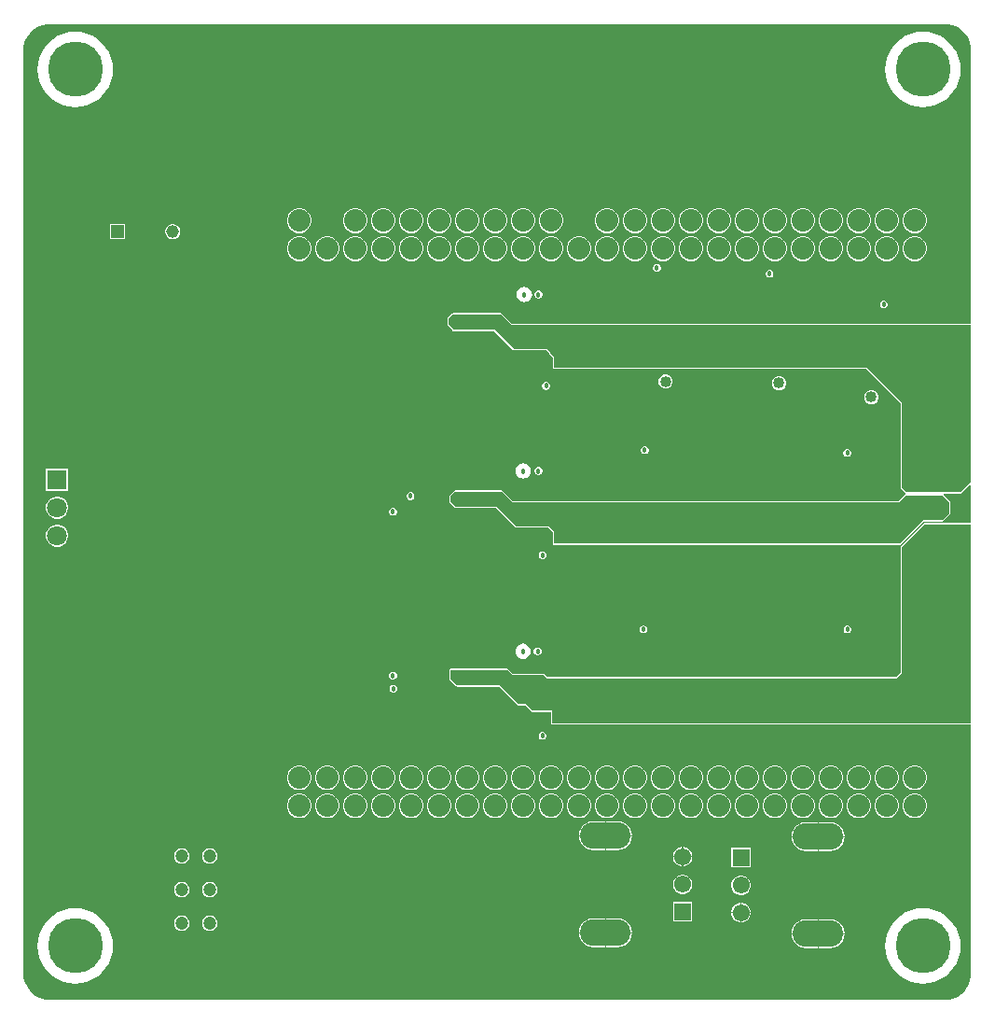
<source format=gbr>
G04*
G04 #@! TF.GenerationSoftware,Altium Limited,Altium Designer,23.6.0 (18)*
G04*
G04 Layer_Physical_Order=2*
G04 Layer_Color=36540*
%FSLAX25Y25*%
%MOIN*%
G70*
G04*
G04 #@! TF.SameCoordinates,4C77A988-F8BE-4A75-A6A8-83DB4AFB9164*
G04*
G04*
G04 #@! TF.FilePolarity,Positive*
G04*
G01*
G75*
%ADD57R,0.04528X0.04528*%
%ADD58C,0.04528*%
%ADD59C,0.06102*%
%ADD60R,0.06102X0.06102*%
G04:AMPARAMS|DCode=61|XSize=94.49mil|YSize=181.1mil|CornerRadius=47.24mil|HoleSize=0mil|Usage=FLASHONLY|Rotation=270.000|XOffset=0mil|YOffset=0mil|HoleType=Round|Shape=RoundedRectangle|*
%AMROUNDEDRECTD61*
21,1,0.09449,0.08661,0,0,270.0*
21,1,0.00000,0.18110,0,0,270.0*
1,1,0.09449,-0.04331,0.00000*
1,1,0.09449,-0.04331,0.00000*
1,1,0.09449,0.04331,0.00000*
1,1,0.09449,0.04331,0.00000*
%
%ADD61ROUNDEDRECTD61*%
%ADD63R,0.08000X0.08000*%
%ADD64C,0.08000*%
%ADD90C,0.07087*%
%ADD91R,0.07087X0.07087*%
%ADD92C,0.04724*%
%ADD93C,0.19685*%
%ADD94C,0.04000*%
%ADD95C,0.01800*%
G36*
X313683Y328844D02*
X315356Y328151D01*
X316863Y327144D01*
X318144Y325863D01*
X319150Y324357D01*
X319844Y322683D01*
X320197Y320906D01*
Y320000D01*
Y222079D01*
X156154D01*
X152427Y225806D01*
X152121Y225933D01*
X135000D01*
X134694Y225806D01*
X133194Y224306D01*
X133067Y224000D01*
Y222000D01*
X133120Y221873D01*
X133154Y221740D01*
X134654Y219740D01*
X134681Y219724D01*
X134694Y219694D01*
X134821Y219641D01*
X134939Y219571D01*
X134970Y219579D01*
X135000Y219567D01*
X149821D01*
X156556Y212832D01*
X156862Y212705D01*
X168418D01*
X170723Y209792D01*
Y206465D01*
X170850Y206159D01*
X171156Y206032D01*
X282856D01*
X295067Y193821D01*
Y163500D01*
X295194Y163194D01*
X296694Y161694D01*
X296864Y161624D01*
X296764Y161124D01*
X296669D01*
X296363Y160997D01*
X296363Y160997D01*
X294228Y158862D01*
X156443D01*
X152808Y162497D01*
X152502Y162624D01*
X135714D01*
X135408Y162497D01*
X133908Y160997D01*
X133781Y160690D01*
Y158691D01*
X133834Y158564D01*
X133868Y158431D01*
X135368Y156431D01*
X135396Y156414D01*
X135408Y156384D01*
X135535Y156332D01*
X135653Y156262D01*
X135684Y156270D01*
X135714Y156258D01*
X150535D01*
X157270Y149523D01*
X157576Y149396D01*
X160004D01*
X160045Y149413D01*
X160088Y149404D01*
X160500Y149486D01*
X160912Y149404D01*
X160955Y149413D01*
X160996Y149396D01*
X169132D01*
X170636Y147495D01*
Y143624D01*
X170763Y143317D01*
X171069Y143191D01*
X294602D01*
X294908Y143317D01*
X303087Y151496D01*
X309908D01*
X310214Y151623D01*
X312714Y154123D01*
X312841Y154429D01*
Y158429D01*
X312714Y158735D01*
X310452Y160997D01*
X310282Y161067D01*
X310382Y161567D01*
X316500D01*
X316806Y161694D01*
X319735Y164623D01*
X320197Y164432D01*
Y150933D01*
X303500D01*
X303194Y150806D01*
X295194Y142806D01*
X295067Y142500D01*
Y97679D01*
X293321Y95933D01*
X168679D01*
X167673Y96939D01*
X167367Y97066D01*
X156546D01*
X154806Y98806D01*
X154500Y98933D01*
X134000D01*
X133694Y98806D01*
X133567Y98500D01*
Y95000D01*
X133574Y94982D01*
X133569Y94963D01*
X133637Y94831D01*
X133694Y94694D01*
X133712Y94686D01*
X133721Y94669D01*
X136107Y92658D01*
X136249Y92612D01*
X136386Y92555D01*
X151321Y92567D01*
X157931Y85957D01*
X158237Y85830D01*
X160868D01*
X163005Y83694D01*
X163311Y83567D01*
X170129D01*
Y79401D01*
X170256Y79095D01*
X170562Y78968D01*
X320197D01*
Y-10000D01*
Y-10906D01*
X319844Y-12683D01*
X319150Y-14356D01*
X318144Y-15863D01*
X316863Y-17144D01*
X315356Y-18150D01*
X313683Y-18844D01*
X311906Y-19197D01*
X-10174D01*
X-11951Y-18844D01*
X-13625Y-18150D01*
X-15131Y-17144D01*
X-16412Y-15863D01*
X-17418Y-14356D01*
X-18112Y-12683D01*
X-18465Y-10906D01*
Y-10000D01*
Y320000D01*
Y320906D01*
X-18112Y322683D01*
X-17418Y324357D01*
X-16412Y325863D01*
X-15131Y327144D01*
X-13625Y328151D01*
X-11951Y328844D01*
X-10174Y329197D01*
X311906D01*
X313683Y328844D01*
D02*
G37*
G36*
X155975Y221646D02*
X320197D01*
Y165697D01*
X316500Y162000D01*
X297000D01*
X295500Y163500D01*
Y194000D01*
X283035Y206465D01*
X171156D01*
Y209943D01*
X168627Y213138D01*
X156862D01*
X150000Y220000D01*
X135000D01*
X133500Y222000D01*
Y224000D01*
X135000Y225500D01*
X152121D01*
X155975Y221646D01*
D02*
G37*
G36*
X156263Y158429D02*
X294408D01*
X296669Y160691D01*
X310146Y160691D01*
X312408Y158429D01*
Y154429D01*
X309908Y151929D01*
X302908D01*
X294602Y143624D01*
X171069D01*
Y147646D01*
X169341Y149829D01*
X160996D01*
X160500Y149927D01*
X160004Y149829D01*
X157576D01*
X150714Y156691D01*
X135714D01*
X134214Y158691D01*
Y160690D01*
X135714Y162190D01*
X152502D01*
X156263Y158429D01*
D02*
G37*
G36*
X320197Y79401D02*
X170562D01*
Y84000D01*
X163311D01*
X161048Y86263D01*
X158237D01*
X151500Y93000D01*
X136386Y92989D01*
X134000Y95000D01*
Y98500D01*
X154500D01*
X156367Y96633D01*
X167367D01*
X168500Y95500D01*
X293500D01*
X295500Y97500D01*
Y142500D01*
X303500Y150500D01*
X320197D01*
Y79401D01*
D02*
G37*
%LPC*%
G36*
X303000Y326441D02*
X300897Y326276D01*
X298846Y325784D01*
X296898Y324976D01*
X295099Y323874D01*
X293495Y322504D01*
X292126Y320901D01*
X291024Y319102D01*
X290216Y317154D01*
X289724Y315103D01*
X289559Y313000D01*
X289724Y310897D01*
X290216Y308846D01*
X291024Y306898D01*
X292126Y305099D01*
X293495Y303496D01*
X295099Y302126D01*
X296898Y301024D01*
X298846Y300216D01*
X300897Y299724D01*
X303000Y299559D01*
X305103Y299724D01*
X307154Y300216D01*
X309102Y301024D01*
X310901Y302126D01*
X312505Y303496D01*
X313874Y305099D01*
X314976Y306898D01*
X315784Y308846D01*
X316276Y310897D01*
X316441Y313000D01*
X316276Y315103D01*
X315784Y317154D01*
X314976Y319102D01*
X313874Y320901D01*
X312505Y322504D01*
X310901Y323874D01*
X309102Y324976D01*
X307154Y325784D01*
X305103Y326276D01*
X303000Y326441D01*
D02*
G37*
G36*
X0D02*
X-2103Y326276D01*
X-4154Y325784D01*
X-6102Y324976D01*
X-7901Y323874D01*
X-9505Y322504D01*
X-10874Y320901D01*
X-11976Y319102D01*
X-12784Y317154D01*
X-13276Y315103D01*
X-13441Y313000D01*
X-13276Y310897D01*
X-12784Y308846D01*
X-11976Y306898D01*
X-10874Y305099D01*
X-9505Y303496D01*
X-7901Y302126D01*
X-6102Y301024D01*
X-4154Y300216D01*
X-2103Y299724D01*
X0Y299559D01*
X2103Y299724D01*
X4154Y300216D01*
X6102Y301024D01*
X7901Y302126D01*
X9505Y303496D01*
X10874Y305099D01*
X11976Y306898D01*
X12784Y308846D01*
X13276Y310897D01*
X13441Y313000D01*
X13276Y315103D01*
X12784Y317154D01*
X11976Y319102D01*
X10874Y320901D01*
X9505Y322504D01*
X7901Y323874D01*
X6102Y324976D01*
X4154Y325784D01*
X2103Y326276D01*
X0Y326441D01*
D02*
G37*
G36*
X280579Y263369D02*
X279421D01*
X278302Y263069D01*
X277298Y262489D01*
X276479Y261670D01*
X275900Y260667D01*
X275600Y259548D01*
Y258389D01*
X275900Y257270D01*
X276479Y256267D01*
X277298Y255448D01*
X278302Y254868D01*
X279421Y254569D01*
X280579D01*
X281698Y254868D01*
X282702Y255448D01*
X283521Y256267D01*
X284100Y257270D01*
X284400Y258389D01*
Y259548D01*
X284100Y260667D01*
X283521Y261670D01*
X282702Y262489D01*
X281698Y263069D01*
X280579Y263369D01*
D02*
G37*
G36*
X250579D02*
X249421D01*
X248302Y263069D01*
X247298Y262489D01*
X246479Y261670D01*
X245900Y260667D01*
X245600Y259548D01*
Y258389D01*
X245900Y257270D01*
X246479Y256267D01*
X247298Y255448D01*
X248302Y254868D01*
X249421Y254569D01*
X250579D01*
X251698Y254868D01*
X252702Y255448D01*
X253521Y256267D01*
X254100Y257270D01*
X254400Y258389D01*
Y259548D01*
X254100Y260667D01*
X253521Y261670D01*
X252702Y262489D01*
X251698Y263069D01*
X250579Y263369D01*
D02*
G37*
G36*
X240579D02*
X239421D01*
X238302Y263069D01*
X237298Y262489D01*
X236479Y261670D01*
X235900Y260667D01*
X235600Y259548D01*
Y258389D01*
X235900Y257270D01*
X236479Y256267D01*
X237298Y255448D01*
X238302Y254868D01*
X239421Y254569D01*
X240579D01*
X241698Y254868D01*
X242702Y255448D01*
X243521Y256267D01*
X244100Y257270D01*
X244400Y258389D01*
Y259548D01*
X244100Y260667D01*
X243521Y261670D01*
X242702Y262489D01*
X241698Y263069D01*
X240579Y263369D01*
D02*
G37*
G36*
X200579D02*
X199421D01*
X198302Y263069D01*
X197298Y262489D01*
X196479Y261670D01*
X195900Y260667D01*
X195600Y259548D01*
Y258389D01*
X195900Y257270D01*
X196479Y256267D01*
X197298Y255448D01*
X198302Y254868D01*
X199421Y254569D01*
X200579D01*
X201698Y254868D01*
X202702Y255448D01*
X203521Y256267D01*
X204100Y257270D01*
X204400Y258389D01*
Y259548D01*
X204100Y260667D01*
X203521Y261670D01*
X202702Y262489D01*
X201698Y263069D01*
X200579Y263369D01*
D02*
G37*
G36*
X190579D02*
X189421D01*
X188302Y263069D01*
X187298Y262489D01*
X186479Y261670D01*
X185900Y260667D01*
X185600Y259548D01*
Y258389D01*
X185900Y257270D01*
X186479Y256267D01*
X187298Y255448D01*
X188302Y254868D01*
X189421Y254569D01*
X190579D01*
X191698Y254868D01*
X192702Y255448D01*
X193521Y256267D01*
X194100Y257270D01*
X194400Y258389D01*
Y259548D01*
X194100Y260667D01*
X193521Y261670D01*
X192702Y262489D01*
X191698Y263069D01*
X190579Y263369D01*
D02*
G37*
G36*
X140579D02*
X139421D01*
X138302Y263069D01*
X137298Y262489D01*
X136479Y261670D01*
X135900Y260667D01*
X135600Y259548D01*
Y258389D01*
X135900Y257270D01*
X136479Y256267D01*
X137298Y255448D01*
X138302Y254868D01*
X139421Y254569D01*
X140579D01*
X141698Y254868D01*
X142702Y255448D01*
X143521Y256267D01*
X144100Y257270D01*
X144400Y258389D01*
Y259548D01*
X144100Y260667D01*
X143521Y261670D01*
X142702Y262489D01*
X141698Y263069D01*
X140579Y263369D01*
D02*
G37*
G36*
X110579D02*
X109421D01*
X108302Y263069D01*
X107298Y262489D01*
X106479Y261670D01*
X105900Y260667D01*
X105600Y259548D01*
Y258389D01*
X105900Y257270D01*
X106479Y256267D01*
X107298Y255448D01*
X108302Y254868D01*
X109421Y254569D01*
X110579D01*
X111698Y254868D01*
X112702Y255448D01*
X113521Y256267D01*
X114100Y257270D01*
X114400Y258389D01*
Y259548D01*
X114100Y260667D01*
X113521Y261670D01*
X112702Y262489D01*
X111698Y263069D01*
X110579Y263369D01*
D02*
G37*
G36*
X100579D02*
X99421D01*
X98302Y263069D01*
X97298Y262489D01*
X96479Y261670D01*
X95900Y260667D01*
X95600Y259548D01*
Y258389D01*
X95900Y257270D01*
X96479Y256267D01*
X97298Y255448D01*
X98302Y254868D01*
X99421Y254569D01*
X100579D01*
X101698Y254868D01*
X102702Y255448D01*
X103521Y256267D01*
X104100Y257270D01*
X104400Y258389D01*
Y259548D01*
X104100Y260667D01*
X103521Y261670D01*
X102702Y262489D01*
X101698Y263069D01*
X100579Y263369D01*
D02*
G37*
G36*
X300579Y263369D02*
X299421D01*
X298302Y263069D01*
X297298Y262489D01*
X296479Y261670D01*
X295900Y260667D01*
X295600Y259548D01*
Y258389D01*
X295900Y257270D01*
X296479Y256267D01*
X297298Y255448D01*
X298302Y254868D01*
X299421Y254569D01*
X300579D01*
X301698Y254868D01*
X302702Y255448D01*
X303521Y256267D01*
X304100Y257270D01*
X304400Y258389D01*
Y259548D01*
X304100Y260667D01*
X303521Y261670D01*
X302702Y262489D01*
X301698Y263069D01*
X300579Y263369D01*
D02*
G37*
G36*
X290579D02*
X289421D01*
X288302Y263069D01*
X287298Y262489D01*
X286479Y261670D01*
X285900Y260667D01*
X285600Y259548D01*
Y258389D01*
X285900Y257270D01*
X286479Y256267D01*
X287298Y255448D01*
X288302Y254868D01*
X289421Y254569D01*
X290579D01*
X291698Y254868D01*
X292702Y255448D01*
X293521Y256267D01*
X294100Y257270D01*
X294400Y258389D01*
Y259548D01*
X294100Y260667D01*
X293521Y261670D01*
X292702Y262489D01*
X291698Y263069D01*
X290579Y263369D01*
D02*
G37*
G36*
X270579D02*
X269421D01*
X268302Y263069D01*
X267298Y262489D01*
X266479Y261670D01*
X265900Y260667D01*
X265600Y259548D01*
Y258389D01*
X265900Y257270D01*
X266479Y256267D01*
X267298Y255448D01*
X268302Y254868D01*
X269421Y254569D01*
X270579D01*
X271698Y254868D01*
X272702Y255448D01*
X273521Y256267D01*
X274100Y257270D01*
X274400Y258389D01*
Y259548D01*
X274100Y260667D01*
X273521Y261670D01*
X272702Y262489D01*
X271698Y263069D01*
X270579Y263369D01*
D02*
G37*
G36*
X260579D02*
X259421D01*
X258302Y263069D01*
X257298Y262489D01*
X256479Y261670D01*
X255900Y260667D01*
X255600Y259548D01*
Y258389D01*
X255900Y257270D01*
X256479Y256267D01*
X257298Y255448D01*
X258302Y254868D01*
X259421Y254569D01*
X260579D01*
X261698Y254868D01*
X262702Y255448D01*
X263521Y256267D01*
X264100Y257270D01*
X264400Y258389D01*
Y259548D01*
X264100Y260667D01*
X263521Y261670D01*
X262702Y262489D01*
X261698Y263069D01*
X260579Y263369D01*
D02*
G37*
G36*
X230579D02*
X229421D01*
X228302Y263069D01*
X227298Y262489D01*
X226479Y261670D01*
X225900Y260667D01*
X225600Y259548D01*
Y258389D01*
X225900Y257270D01*
X226479Y256267D01*
X227298Y255448D01*
X228302Y254868D01*
X229421Y254569D01*
X230579D01*
X231698Y254868D01*
X232702Y255448D01*
X233521Y256267D01*
X234100Y257270D01*
X234400Y258389D01*
Y259548D01*
X234100Y260667D01*
X233521Y261670D01*
X232702Y262489D01*
X231698Y263069D01*
X230579Y263369D01*
D02*
G37*
G36*
X220579D02*
X219421D01*
X218302Y263069D01*
X217298Y262489D01*
X216479Y261670D01*
X215900Y260667D01*
X215600Y259548D01*
Y258389D01*
X215900Y257270D01*
X216479Y256267D01*
X217298Y255448D01*
X218302Y254868D01*
X219421Y254569D01*
X220579D01*
X221698Y254868D01*
X222702Y255448D01*
X223521Y256267D01*
X224100Y257270D01*
X224400Y258389D01*
Y259548D01*
X224100Y260667D01*
X223521Y261670D01*
X222702Y262489D01*
X221698Y263069D01*
X220579Y263369D01*
D02*
G37*
G36*
X210579D02*
X209421D01*
X208302Y263069D01*
X207298Y262489D01*
X206479Y261670D01*
X205900Y260667D01*
X205600Y259548D01*
Y258389D01*
X205900Y257270D01*
X206479Y256267D01*
X207298Y255448D01*
X208302Y254868D01*
X209421Y254569D01*
X210579D01*
X211698Y254868D01*
X212702Y255448D01*
X213521Y256267D01*
X214100Y257270D01*
X214400Y258389D01*
Y259548D01*
X214100Y260667D01*
X213521Y261670D01*
X212702Y262489D01*
X211698Y263069D01*
X210579Y263369D01*
D02*
G37*
G36*
X170579D02*
X169421D01*
X168302Y263069D01*
X167298Y262489D01*
X166479Y261670D01*
X165900Y260667D01*
X165600Y259548D01*
Y258389D01*
X165900Y257270D01*
X166479Y256267D01*
X167298Y255448D01*
X168302Y254868D01*
X169421Y254569D01*
X170579D01*
X171698Y254868D01*
X172702Y255448D01*
X173521Y256267D01*
X174100Y257270D01*
X174400Y258389D01*
Y259548D01*
X174100Y260667D01*
X173521Y261670D01*
X172702Y262489D01*
X171698Y263069D01*
X170579Y263369D01*
D02*
G37*
G36*
X160579D02*
X159421D01*
X158302Y263069D01*
X157298Y262489D01*
X156479Y261670D01*
X155900Y260667D01*
X155600Y259548D01*
Y258389D01*
X155900Y257270D01*
X156479Y256267D01*
X157298Y255448D01*
X158302Y254868D01*
X159421Y254569D01*
X160579D01*
X161698Y254868D01*
X162702Y255448D01*
X163521Y256267D01*
X164100Y257270D01*
X164400Y258389D01*
Y259548D01*
X164100Y260667D01*
X163521Y261670D01*
X162702Y262489D01*
X161698Y263069D01*
X160579Y263369D01*
D02*
G37*
G36*
X150579D02*
X149421D01*
X148302Y263069D01*
X147298Y262489D01*
X146479Y261670D01*
X145900Y260667D01*
X145600Y259548D01*
Y258389D01*
X145900Y257270D01*
X146479Y256267D01*
X147298Y255448D01*
X148302Y254868D01*
X149421Y254569D01*
X150579D01*
X151698Y254868D01*
X152702Y255448D01*
X153521Y256267D01*
X154100Y257270D01*
X154400Y258389D01*
Y259548D01*
X154100Y260667D01*
X153521Y261670D01*
X152702Y262489D01*
X151698Y263069D01*
X150579Y263369D01*
D02*
G37*
G36*
X130579D02*
X129421D01*
X128302Y263069D01*
X127298Y262489D01*
X126479Y261670D01*
X125900Y260667D01*
X125600Y259548D01*
Y258389D01*
X125900Y257270D01*
X126479Y256267D01*
X127298Y255448D01*
X128302Y254868D01*
X129421Y254569D01*
X130579D01*
X131698Y254868D01*
X132702Y255448D01*
X133521Y256267D01*
X134100Y257270D01*
X134400Y258389D01*
Y259548D01*
X134100Y260667D01*
X133521Y261670D01*
X132702Y262489D01*
X131698Y263069D01*
X130579Y263369D01*
D02*
G37*
G36*
X120579D02*
X119421D01*
X118302Y263069D01*
X117298Y262489D01*
X116479Y261670D01*
X115900Y260667D01*
X115600Y259548D01*
Y258389D01*
X115900Y257270D01*
X116479Y256267D01*
X117298Y255448D01*
X118302Y254868D01*
X119421Y254569D01*
X120579D01*
X121698Y254868D01*
X122702Y255448D01*
X123521Y256267D01*
X124100Y257270D01*
X124400Y258389D01*
Y259548D01*
X124100Y260667D01*
X123521Y261670D01*
X122702Y262489D01*
X121698Y263069D01*
X120579Y263369D01*
D02*
G37*
G36*
X80579D02*
X79421D01*
X78302Y263069D01*
X77298Y262489D01*
X76479Y261670D01*
X75900Y260667D01*
X75600Y259548D01*
Y258389D01*
X75900Y257270D01*
X76479Y256267D01*
X77298Y255448D01*
X78302Y254868D01*
X79421Y254569D01*
X80579D01*
X81698Y254868D01*
X82702Y255448D01*
X83521Y256267D01*
X84100Y257270D01*
X84400Y258389D01*
Y259548D01*
X84100Y260667D01*
X83521Y261670D01*
X82702Y262489D01*
X81698Y263069D01*
X80579Y263369D01*
D02*
G37*
G36*
X35193Y257664D02*
X34492D01*
X33814Y257482D01*
X33207Y257132D01*
X32711Y256636D01*
X32360Y256028D01*
X32179Y255351D01*
Y254649D01*
X32360Y253972D01*
X32711Y253364D01*
X33207Y252868D01*
X33814Y252518D01*
X34492Y252336D01*
X35193D01*
X35871Y252518D01*
X36478Y252868D01*
X36974Y253364D01*
X37325Y253972D01*
X37506Y254649D01*
Y255351D01*
X37325Y256028D01*
X36974Y256636D01*
X36478Y257132D01*
X35871Y257482D01*
X35193Y257664D01*
D02*
G37*
G36*
X17821D02*
X12494D01*
Y252336D01*
X17821D01*
Y257664D01*
D02*
G37*
G36*
X300579Y253368D02*
X299421D01*
X298302Y253069D01*
X297298Y252489D01*
X296479Y251670D01*
X295900Y250667D01*
X295600Y249548D01*
Y248389D01*
X295900Y247270D01*
X296479Y246267D01*
X297298Y245448D01*
X298302Y244868D01*
X299421Y244568D01*
X300579D01*
X301698Y244868D01*
X302702Y245448D01*
X303521Y246267D01*
X304100Y247270D01*
X304400Y248389D01*
Y249548D01*
X304100Y250667D01*
X303521Y251670D01*
X302702Y252489D01*
X301698Y253069D01*
X300579Y253368D01*
D02*
G37*
G36*
X290579D02*
X289421D01*
X288302Y253069D01*
X287298Y252489D01*
X286479Y251670D01*
X285900Y250667D01*
X285600Y249548D01*
Y248389D01*
X285900Y247270D01*
X286479Y246267D01*
X287298Y245448D01*
X288302Y244868D01*
X289421Y244568D01*
X290579D01*
X291698Y244868D01*
X292702Y245448D01*
X293521Y246267D01*
X294100Y247270D01*
X294400Y248389D01*
Y249548D01*
X294100Y250667D01*
X293521Y251670D01*
X292702Y252489D01*
X291698Y253069D01*
X290579Y253368D01*
D02*
G37*
G36*
X280579D02*
X279421D01*
X278302Y253069D01*
X277298Y252489D01*
X276479Y251670D01*
X275900Y250667D01*
X275600Y249548D01*
Y248389D01*
X275900Y247270D01*
X276479Y246267D01*
X277298Y245448D01*
X278302Y244868D01*
X279421Y244568D01*
X280579D01*
X281698Y244868D01*
X282702Y245448D01*
X283521Y246267D01*
X284100Y247270D01*
X284400Y248389D01*
Y249548D01*
X284100Y250667D01*
X283521Y251670D01*
X282702Y252489D01*
X281698Y253069D01*
X280579Y253368D01*
D02*
G37*
G36*
X270579D02*
X269421D01*
X268302Y253069D01*
X267298Y252489D01*
X266479Y251670D01*
X265900Y250667D01*
X265600Y249548D01*
Y248389D01*
X265900Y247270D01*
X266479Y246267D01*
X267298Y245448D01*
X268302Y244868D01*
X269421Y244568D01*
X270579D01*
X271698Y244868D01*
X272702Y245448D01*
X273521Y246267D01*
X274100Y247270D01*
X274400Y248389D01*
Y249548D01*
X274100Y250667D01*
X273521Y251670D01*
X272702Y252489D01*
X271698Y253069D01*
X270579Y253368D01*
D02*
G37*
G36*
X260579D02*
X259421D01*
X258302Y253069D01*
X257298Y252489D01*
X256479Y251670D01*
X255900Y250667D01*
X255600Y249548D01*
Y248389D01*
X255900Y247270D01*
X256479Y246267D01*
X257298Y245448D01*
X258302Y244868D01*
X259421Y244568D01*
X260579D01*
X261698Y244868D01*
X262702Y245448D01*
X263521Y246267D01*
X264100Y247270D01*
X264400Y248389D01*
Y249548D01*
X264100Y250667D01*
X263521Y251670D01*
X262702Y252489D01*
X261698Y253069D01*
X260579Y253368D01*
D02*
G37*
G36*
X250579D02*
X249421D01*
X248302Y253069D01*
X247298Y252489D01*
X246479Y251670D01*
X245900Y250667D01*
X245600Y249548D01*
Y248389D01*
X245900Y247270D01*
X246479Y246267D01*
X247298Y245448D01*
X248302Y244868D01*
X249421Y244568D01*
X250579D01*
X251698Y244868D01*
X252702Y245448D01*
X253521Y246267D01*
X254100Y247270D01*
X254400Y248389D01*
Y249548D01*
X254100Y250667D01*
X253521Y251670D01*
X252702Y252489D01*
X251698Y253069D01*
X250579Y253368D01*
D02*
G37*
G36*
X240579D02*
X239421D01*
X238302Y253069D01*
X237298Y252489D01*
X236479Y251670D01*
X235900Y250667D01*
X235600Y249548D01*
Y248389D01*
X235900Y247270D01*
X236479Y246267D01*
X237298Y245448D01*
X238302Y244868D01*
X239421Y244568D01*
X240579D01*
X241698Y244868D01*
X242702Y245448D01*
X243521Y246267D01*
X244100Y247270D01*
X244400Y248389D01*
Y249548D01*
X244100Y250667D01*
X243521Y251670D01*
X242702Y252489D01*
X241698Y253069D01*
X240579Y253368D01*
D02*
G37*
G36*
X230579D02*
X229421D01*
X228302Y253069D01*
X227298Y252489D01*
X226479Y251670D01*
X225900Y250667D01*
X225600Y249548D01*
Y248389D01*
X225900Y247270D01*
X226479Y246267D01*
X227298Y245448D01*
X228302Y244868D01*
X229421Y244568D01*
X230579D01*
X231698Y244868D01*
X232702Y245448D01*
X233521Y246267D01*
X234100Y247270D01*
X234400Y248389D01*
Y249548D01*
X234100Y250667D01*
X233521Y251670D01*
X232702Y252489D01*
X231698Y253069D01*
X230579Y253368D01*
D02*
G37*
G36*
X220579D02*
X219421D01*
X218302Y253069D01*
X217298Y252489D01*
X216479Y251670D01*
X215900Y250667D01*
X215600Y249548D01*
Y248389D01*
X215900Y247270D01*
X216479Y246267D01*
X217298Y245448D01*
X218302Y244868D01*
X219421Y244568D01*
X220579D01*
X221698Y244868D01*
X222702Y245448D01*
X223521Y246267D01*
X224100Y247270D01*
X224400Y248389D01*
Y249548D01*
X224100Y250667D01*
X223521Y251670D01*
X222702Y252489D01*
X221698Y253069D01*
X220579Y253368D01*
D02*
G37*
G36*
X210579D02*
X209421D01*
X208302Y253069D01*
X207298Y252489D01*
X206479Y251670D01*
X205900Y250667D01*
X205600Y249548D01*
Y248389D01*
X205900Y247270D01*
X206479Y246267D01*
X207298Y245448D01*
X208302Y244868D01*
X209421Y244568D01*
X210579D01*
X211698Y244868D01*
X212702Y245448D01*
X213521Y246267D01*
X214100Y247270D01*
X214400Y248389D01*
Y249548D01*
X214100Y250667D01*
X213521Y251670D01*
X212702Y252489D01*
X211698Y253069D01*
X210579Y253368D01*
D02*
G37*
G36*
X200579D02*
X199421D01*
X198302Y253069D01*
X197298Y252489D01*
X196479Y251670D01*
X195900Y250667D01*
X195600Y249548D01*
Y248389D01*
X195900Y247270D01*
X196479Y246267D01*
X197298Y245448D01*
X198302Y244868D01*
X199421Y244568D01*
X200579D01*
X201698Y244868D01*
X202702Y245448D01*
X203521Y246267D01*
X204100Y247270D01*
X204400Y248389D01*
Y249548D01*
X204100Y250667D01*
X203521Y251670D01*
X202702Y252489D01*
X201698Y253069D01*
X200579Y253368D01*
D02*
G37*
G36*
X190579D02*
X189421D01*
X188302Y253069D01*
X187298Y252489D01*
X186479Y251670D01*
X185900Y250667D01*
X185600Y249548D01*
Y248389D01*
X185900Y247270D01*
X186479Y246267D01*
X187298Y245448D01*
X188302Y244868D01*
X189421Y244568D01*
X190579D01*
X191698Y244868D01*
X192702Y245448D01*
X193521Y246267D01*
X194100Y247270D01*
X194400Y248389D01*
Y249548D01*
X194100Y250667D01*
X193521Y251670D01*
X192702Y252489D01*
X191698Y253069D01*
X190579Y253368D01*
D02*
G37*
G36*
X180579D02*
X179421D01*
X178302Y253069D01*
X177298Y252489D01*
X176479Y251670D01*
X175900Y250667D01*
X175600Y249548D01*
Y248389D01*
X175900Y247270D01*
X176479Y246267D01*
X177298Y245448D01*
X178302Y244868D01*
X179421Y244568D01*
X180579D01*
X181698Y244868D01*
X182702Y245448D01*
X183521Y246267D01*
X184100Y247270D01*
X184400Y248389D01*
Y249548D01*
X184100Y250667D01*
X183521Y251670D01*
X182702Y252489D01*
X181698Y253069D01*
X180579Y253368D01*
D02*
G37*
G36*
X170579D02*
X169421D01*
X168302Y253069D01*
X167298Y252489D01*
X166479Y251670D01*
X165900Y250667D01*
X165600Y249548D01*
Y248389D01*
X165900Y247270D01*
X166479Y246267D01*
X167298Y245448D01*
X168302Y244868D01*
X169421Y244568D01*
X170579D01*
X171698Y244868D01*
X172702Y245448D01*
X173521Y246267D01*
X174100Y247270D01*
X174400Y248389D01*
Y249548D01*
X174100Y250667D01*
X173521Y251670D01*
X172702Y252489D01*
X171698Y253069D01*
X170579Y253368D01*
D02*
G37*
G36*
X160579D02*
X159421D01*
X158302Y253069D01*
X157298Y252489D01*
X156479Y251670D01*
X155900Y250667D01*
X155600Y249548D01*
Y248389D01*
X155900Y247270D01*
X156479Y246267D01*
X157298Y245448D01*
X158302Y244868D01*
X159421Y244568D01*
X160579D01*
X161698Y244868D01*
X162702Y245448D01*
X163521Y246267D01*
X164100Y247270D01*
X164400Y248389D01*
Y249548D01*
X164100Y250667D01*
X163521Y251670D01*
X162702Y252489D01*
X161698Y253069D01*
X160579Y253368D01*
D02*
G37*
G36*
X150579D02*
X149421D01*
X148302Y253069D01*
X147298Y252489D01*
X146479Y251670D01*
X145900Y250667D01*
X145600Y249548D01*
Y248389D01*
X145900Y247270D01*
X146479Y246267D01*
X147298Y245448D01*
X148302Y244868D01*
X149421Y244568D01*
X150579D01*
X151698Y244868D01*
X152702Y245448D01*
X153521Y246267D01*
X154100Y247270D01*
X154400Y248389D01*
Y249548D01*
X154100Y250667D01*
X153521Y251670D01*
X152702Y252489D01*
X151698Y253069D01*
X150579Y253368D01*
D02*
G37*
G36*
X140579D02*
X139421D01*
X138302Y253069D01*
X137298Y252489D01*
X136479Y251670D01*
X135900Y250667D01*
X135600Y249548D01*
Y248389D01*
X135900Y247270D01*
X136479Y246267D01*
X137298Y245448D01*
X138302Y244868D01*
X139421Y244568D01*
X140579D01*
X141698Y244868D01*
X142702Y245448D01*
X143521Y246267D01*
X144100Y247270D01*
X144400Y248389D01*
Y249548D01*
X144100Y250667D01*
X143521Y251670D01*
X142702Y252489D01*
X141698Y253069D01*
X140579Y253368D01*
D02*
G37*
G36*
X130579D02*
X129421D01*
X128302Y253069D01*
X127298Y252489D01*
X126479Y251670D01*
X125900Y250667D01*
X125600Y249548D01*
Y248389D01*
X125900Y247270D01*
X126479Y246267D01*
X127298Y245448D01*
X128302Y244868D01*
X129421Y244568D01*
X130579D01*
X131698Y244868D01*
X132702Y245448D01*
X133521Y246267D01*
X134100Y247270D01*
X134400Y248389D01*
Y249548D01*
X134100Y250667D01*
X133521Y251670D01*
X132702Y252489D01*
X131698Y253069D01*
X130579Y253368D01*
D02*
G37*
G36*
X120579D02*
X119421D01*
X118302Y253069D01*
X117298Y252489D01*
X116479Y251670D01*
X115900Y250667D01*
X115600Y249548D01*
Y248389D01*
X115900Y247270D01*
X116479Y246267D01*
X117298Y245448D01*
X118302Y244868D01*
X119421Y244568D01*
X120579D01*
X121698Y244868D01*
X122702Y245448D01*
X123521Y246267D01*
X124100Y247270D01*
X124400Y248389D01*
Y249548D01*
X124100Y250667D01*
X123521Y251670D01*
X122702Y252489D01*
X121698Y253069D01*
X120579Y253368D01*
D02*
G37*
G36*
X110579D02*
X109421D01*
X108302Y253069D01*
X107298Y252489D01*
X106479Y251670D01*
X105900Y250667D01*
X105600Y249548D01*
Y248389D01*
X105900Y247270D01*
X106479Y246267D01*
X107298Y245448D01*
X108302Y244868D01*
X109421Y244568D01*
X110579D01*
X111698Y244868D01*
X112702Y245448D01*
X113521Y246267D01*
X114100Y247270D01*
X114400Y248389D01*
Y249548D01*
X114100Y250667D01*
X113521Y251670D01*
X112702Y252489D01*
X111698Y253069D01*
X110579Y253368D01*
D02*
G37*
G36*
X100579D02*
X99421D01*
X98302Y253069D01*
X97298Y252489D01*
X96479Y251670D01*
X95900Y250667D01*
X95600Y249548D01*
Y248389D01*
X95900Y247270D01*
X96479Y246267D01*
X97298Y245448D01*
X98302Y244868D01*
X99421Y244568D01*
X100579D01*
X101698Y244868D01*
X102702Y245448D01*
X103521Y246267D01*
X104100Y247270D01*
X104400Y248389D01*
Y249548D01*
X104100Y250667D01*
X103521Y251670D01*
X102702Y252489D01*
X101698Y253069D01*
X100579Y253368D01*
D02*
G37*
G36*
X90579D02*
X89421D01*
X88302Y253069D01*
X87298Y252489D01*
X86479Y251670D01*
X85900Y250667D01*
X85600Y249548D01*
Y248389D01*
X85900Y247270D01*
X86479Y246267D01*
X87298Y245448D01*
X88302Y244868D01*
X89421Y244568D01*
X90579D01*
X91698Y244868D01*
X92702Y245448D01*
X93521Y246267D01*
X94100Y247270D01*
X94400Y248389D01*
Y249548D01*
X94100Y250667D01*
X93521Y251670D01*
X92702Y252489D01*
X91698Y253069D01*
X90579Y253368D01*
D02*
G37*
G36*
X80579D02*
X79421D01*
X78302Y253069D01*
X77298Y252489D01*
X76479Y251670D01*
X75900Y250667D01*
X75600Y249548D01*
Y248389D01*
X75900Y247270D01*
X76479Y246267D01*
X77298Y245448D01*
X78302Y244868D01*
X79421Y244568D01*
X80579D01*
X81698Y244868D01*
X82702Y245448D01*
X83521Y246267D01*
X84100Y247270D01*
X84400Y248389D01*
Y249548D01*
X84100Y250667D01*
X83521Y251670D01*
X82702Y252489D01*
X81698Y253069D01*
X80579Y253368D01*
D02*
G37*
G36*
X208146Y243479D02*
X207589D01*
X207074Y243266D01*
X206680Y242872D01*
X206467Y242358D01*
Y241801D01*
X206680Y241286D01*
X207074Y240893D01*
X207589Y240679D01*
X208146D01*
X208660Y240893D01*
X209054Y241286D01*
X209267Y241801D01*
Y242358D01*
X209054Y242872D01*
X208660Y243266D01*
X208146Y243479D01*
D02*
G37*
G36*
X248428Y241400D02*
X247871D01*
X247357Y241187D01*
X246963Y240793D01*
X246750Y240279D01*
Y239721D01*
X246963Y239207D01*
X247357Y238813D01*
X247871Y238600D01*
X248428D01*
X248943Y238813D01*
X249337Y239207D01*
X249550Y239721D01*
Y240279D01*
X249337Y240793D01*
X248943Y241187D01*
X248428Y241400D01*
D02*
G37*
G36*
X165803Y233987D02*
X165246D01*
X164732Y233774D01*
X164338Y233380D01*
X164125Y232866D01*
Y232309D01*
X164338Y231794D01*
X164732Y231400D01*
X165246Y231187D01*
X165803D01*
X166318Y231400D01*
X166712Y231794D01*
X166925Y232309D01*
Y232866D01*
X166712Y233380D01*
X166318Y233774D01*
X165803Y233987D01*
D02*
G37*
G36*
X160525Y235313D02*
X159819Y235220D01*
X159162Y234948D01*
X158597Y234515D01*
X158164Y233950D01*
X157892Y233293D01*
X157799Y232587D01*
X157892Y231882D01*
X158164Y231224D01*
X158597Y230660D01*
X159162Y230226D01*
X159819Y229954D01*
X160525Y229861D01*
X161230Y229954D01*
X161888Y230226D01*
X162452Y230660D01*
X162886Y231224D01*
X163158Y231882D01*
X163251Y232587D01*
X163158Y233293D01*
X162886Y233950D01*
X162452Y234515D01*
X161888Y234948D01*
X161230Y235220D01*
X160525Y235313D01*
D02*
G37*
G36*
X289279Y230459D02*
X288721D01*
X288207Y230246D01*
X287813Y229852D01*
X287600Y229338D01*
Y228781D01*
X287813Y228266D01*
X288207Y227872D01*
X288721Y227659D01*
X289279D01*
X289793Y227872D01*
X290187Y228266D01*
X290400Y228781D01*
Y229338D01*
X290187Y229852D01*
X289793Y230246D01*
X289279Y230459D01*
D02*
G37*
G36*
X211497Y204000D02*
X210503D01*
X209584Y203619D01*
X208881Y202916D01*
X208500Y201997D01*
Y201003D01*
X208881Y200084D01*
X209584Y199381D01*
X210503Y199000D01*
X211497D01*
X212416Y199381D01*
X213119Y200084D01*
X213500Y201003D01*
Y201997D01*
X213119Y202916D01*
X212416Y203619D01*
X211497Y204000D01*
D02*
G37*
G36*
X168520Y201337D02*
X167963D01*
X167448Y201124D01*
X167054Y200730D01*
X166841Y200216D01*
Y199659D01*
X167054Y199144D01*
X167448Y198750D01*
X167963Y198537D01*
X168520D01*
X169034Y198750D01*
X169428Y199144D01*
X169641Y199659D01*
Y200216D01*
X169428Y200730D01*
X169034Y201124D01*
X168520Y201337D01*
D02*
G37*
G36*
X251997Y203500D02*
X251003D01*
X250084Y203119D01*
X249381Y202416D01*
X249000Y201497D01*
Y200503D01*
X249381Y199584D01*
X250084Y198881D01*
X251003Y198500D01*
X251997D01*
X252916Y198881D01*
X253619Y199584D01*
X254000Y200503D01*
Y201497D01*
X253619Y202416D01*
X252916Y203119D01*
X251997Y203500D01*
D02*
G37*
G36*
X284997Y198500D02*
X284003D01*
X283084Y198119D01*
X282381Y197416D01*
X282000Y196497D01*
Y195503D01*
X282381Y194584D01*
X283084Y193881D01*
X284003Y193500D01*
X284997D01*
X285916Y193881D01*
X286619Y194584D01*
X287000Y195503D01*
Y196497D01*
X286619Y197416D01*
X285916Y198119D01*
X284997Y198500D01*
D02*
G37*
G36*
X203837Y178400D02*
X203281D01*
X202766Y178187D01*
X202372Y177793D01*
X202159Y177278D01*
Y176722D01*
X202372Y176207D01*
X202766Y175813D01*
X203281Y175600D01*
X203837D01*
X204352Y175813D01*
X204746Y176207D01*
X204959Y176722D01*
Y177278D01*
X204746Y177793D01*
X204352Y178187D01*
X203837Y178400D01*
D02*
G37*
G36*
X276219Y177400D02*
X275662D01*
X275148Y177187D01*
X274754Y176793D01*
X274541Y176278D01*
Y175722D01*
X274754Y175207D01*
X275148Y174813D01*
X275662Y174600D01*
X276219D01*
X276734Y174813D01*
X277128Y175207D01*
X277341Y175722D01*
Y176278D01*
X277128Y176793D01*
X276734Y177187D01*
X276219Y177400D01*
D02*
G37*
G36*
X165803Y170987D02*
X165246D01*
X164732Y170774D01*
X164338Y170380D01*
X164125Y169866D01*
Y169309D01*
X164338Y168794D01*
X164732Y168400D01*
X165246Y168187D01*
X165803D01*
X166318Y168400D01*
X166712Y168794D01*
X166925Y169309D01*
Y169866D01*
X166712Y170380D01*
X166318Y170774D01*
X165803Y170987D01*
D02*
G37*
G36*
X160025Y172313D02*
X159319Y172220D01*
X158662Y171948D01*
X158097Y171515D01*
X157664Y170950D01*
X157392Y170293D01*
X157299Y169587D01*
X157392Y168882D01*
X157664Y168224D01*
X158097Y167660D01*
X158662Y167226D01*
X159319Y166954D01*
X160025Y166861D01*
X160730Y166954D01*
X161388Y167226D01*
X161952Y167660D01*
X162386Y168224D01*
X162658Y168882D01*
X162751Y169587D01*
X162658Y170293D01*
X162386Y170950D01*
X161952Y171515D01*
X161388Y171948D01*
X160730Y172220D01*
X160025Y172313D01*
D02*
G37*
G36*
X-2557Y170443D02*
X-10443D01*
Y162557D01*
X-2557D01*
Y170443D01*
D02*
G37*
G36*
X120057Y162000D02*
X119500D01*
X118985Y161787D01*
X118592Y161393D01*
X118378Y160879D01*
Y160321D01*
X118592Y159807D01*
X118985Y159413D01*
X119500Y159200D01*
X120057D01*
X120571Y159413D01*
X120965Y159807D01*
X121178Y160321D01*
Y160879D01*
X120965Y161393D01*
X120571Y161787D01*
X120057Y162000D01*
D02*
G37*
G36*
X113778Y156400D02*
X113222D01*
X112707Y156187D01*
X112313Y155793D01*
X112100Y155279D01*
Y154721D01*
X112313Y154207D01*
X112707Y153813D01*
X113222Y153600D01*
X113778D01*
X114293Y153813D01*
X114687Y154207D01*
X114900Y154721D01*
Y155279D01*
X114687Y155793D01*
X114293Y156187D01*
X113778Y156400D01*
D02*
G37*
G36*
X-5981Y160443D02*
X-7019D01*
X-8022Y160175D01*
X-8921Y159655D01*
X-9655Y158921D01*
X-10175Y158022D01*
X-10443Y157019D01*
Y155981D01*
X-10175Y154978D01*
X-9655Y154079D01*
X-8921Y153345D01*
X-8022Y152825D01*
X-7019Y152557D01*
X-5981D01*
X-4978Y152825D01*
X-4079Y153345D01*
X-3345Y154079D01*
X-2825Y154978D01*
X-2557Y155981D01*
Y157019D01*
X-2825Y158022D01*
X-3345Y158921D01*
X-4079Y159655D01*
X-4978Y160175D01*
X-5981Y160443D01*
D02*
G37*
G36*
Y150443D02*
X-7019D01*
X-8022Y150175D01*
X-8921Y149655D01*
X-9655Y148921D01*
X-10175Y148022D01*
X-10443Y147019D01*
Y145981D01*
X-10175Y144978D01*
X-9655Y144079D01*
X-8921Y143345D01*
X-8022Y142825D01*
X-7019Y142557D01*
X-5981D01*
X-4978Y142825D01*
X-4079Y143345D01*
X-3345Y144079D01*
X-2825Y144978D01*
X-2557Y145981D01*
Y147019D01*
X-2825Y148022D01*
X-3345Y148921D01*
X-4079Y149655D01*
X-4978Y150175D01*
X-5981Y150443D01*
D02*
G37*
G36*
X167279Y140900D02*
X166721D01*
X166207Y140687D01*
X165813Y140293D01*
X165600Y139778D01*
Y139222D01*
X165813Y138707D01*
X166207Y138313D01*
X166721Y138100D01*
X167279D01*
X167793Y138313D01*
X168187Y138707D01*
X168400Y139222D01*
Y139778D01*
X168187Y140293D01*
X167793Y140687D01*
X167279Y140900D01*
D02*
G37*
G36*
X276278Y114400D02*
X275722D01*
X275207Y114187D01*
X274813Y113793D01*
X274600Y113278D01*
Y112722D01*
X274813Y112207D01*
X275207Y111813D01*
X275722Y111600D01*
X276278D01*
X276793Y111813D01*
X277187Y112207D01*
X277400Y112722D01*
Y113278D01*
X277187Y113793D01*
X276793Y114187D01*
X276278Y114400D01*
D02*
G37*
G36*
X203338D02*
X202781D01*
X202266Y114187D01*
X201872Y113793D01*
X201659Y113278D01*
Y112722D01*
X201872Y112207D01*
X202266Y111813D01*
X202781Y111600D01*
X203338D01*
X203852Y111813D01*
X204246Y112207D01*
X204459Y112722D01*
Y113278D01*
X204246Y113793D01*
X203852Y114187D01*
X203338Y114400D01*
D02*
G37*
G36*
X165530Y106586D02*
X164973D01*
X164459Y106373D01*
X164065Y105979D01*
X163852Y105464D01*
Y104907D01*
X164065Y104393D01*
X164459Y103999D01*
X164973Y103786D01*
X165530D01*
X166045Y103999D01*
X166439Y104393D01*
X166652Y104907D01*
Y105464D01*
X166439Y105979D01*
X166045Y106373D01*
X165530Y106586D01*
D02*
G37*
G36*
X159965Y107949D02*
X159259Y107856D01*
X158602Y107584D01*
X158037Y107151D01*
X157604Y106586D01*
X157332Y105929D01*
X157239Y105223D01*
X157332Y104517D01*
X157604Y103860D01*
X158037Y103295D01*
X158602Y102862D01*
X159259Y102590D01*
X159965Y102497D01*
X160670Y102590D01*
X161328Y102862D01*
X161892Y103295D01*
X162326Y103860D01*
X162598Y104517D01*
X162691Y105223D01*
X162598Y105929D01*
X162326Y106586D01*
X161892Y107151D01*
X161328Y107584D01*
X160670Y107856D01*
X159965Y107949D01*
D02*
G37*
G36*
X113778Y97900D02*
X113222D01*
X112707Y97687D01*
X112313Y97293D01*
X112100Y96779D01*
Y96222D01*
X112313Y95707D01*
X112707Y95313D01*
X113222Y95100D01*
X113778D01*
X114293Y95313D01*
X114687Y95707D01*
X114900Y96222D01*
Y96779D01*
X114687Y97293D01*
X114293Y97687D01*
X113778Y97900D01*
D02*
G37*
G36*
X113962Y93217D02*
X113405D01*
X112890Y93003D01*
X112496Y92610D01*
X112283Y92095D01*
Y91538D01*
X112496Y91024D01*
X112890Y90630D01*
X113405Y90417D01*
X113962D01*
X114476Y90630D01*
X114870Y91024D01*
X115083Y91538D01*
Y92095D01*
X114870Y92610D01*
X114476Y93003D01*
X113962Y93217D01*
D02*
G37*
G36*
X167279Y76400D02*
X166721D01*
X166207Y76187D01*
X165813Y75793D01*
X165600Y75279D01*
Y74721D01*
X165813Y74207D01*
X166207Y73813D01*
X166721Y73600D01*
X167279D01*
X167793Y73813D01*
X168187Y74207D01*
X168400Y74721D01*
Y75279D01*
X168187Y75793D01*
X167793Y76187D01*
X167279Y76400D01*
D02*
G37*
G36*
X270579Y64400D02*
X269421D01*
X268302Y64100D01*
X267298Y63521D01*
X266479Y62702D01*
X265900Y61698D01*
X265600Y60579D01*
Y59421D01*
X265900Y58302D01*
X266479Y57298D01*
X267298Y56479D01*
X268302Y55900D01*
X269421Y55600D01*
X270579D01*
X271698Y55900D01*
X272702Y56479D01*
X273521Y57298D01*
X274100Y58302D01*
X274400Y59421D01*
Y60579D01*
X274100Y61698D01*
X273521Y62702D01*
X272702Y63521D01*
X271698Y64100D01*
X270579Y64400D01*
D02*
G37*
G36*
X120579D02*
X119421D01*
X118302Y64100D01*
X117298Y63521D01*
X116479Y62702D01*
X115900Y61698D01*
X115600Y60579D01*
Y59421D01*
X115900Y58302D01*
X116479Y57298D01*
X117298Y56479D01*
X118302Y55900D01*
X119421Y55600D01*
X120579D01*
X121698Y55900D01*
X122702Y56479D01*
X123521Y57298D01*
X124100Y58302D01*
X124400Y59421D01*
Y60579D01*
X124100Y61698D01*
X123521Y62702D01*
X122702Y63521D01*
X121698Y64100D01*
X120579Y64400D01*
D02*
G37*
G36*
X300579Y64400D02*
X299421D01*
X298302Y64100D01*
X297298Y63521D01*
X296479Y62702D01*
X295900Y61698D01*
X295600Y60579D01*
Y59421D01*
X295900Y58302D01*
X296479Y57298D01*
X297298Y56479D01*
X298302Y55900D01*
X299421Y55600D01*
X300579D01*
X301698Y55900D01*
X302702Y56479D01*
X303521Y57298D01*
X304100Y58302D01*
X304400Y59421D01*
Y60579D01*
X304100Y61698D01*
X303521Y62702D01*
X302702Y63521D01*
X301698Y64100D01*
X300579Y64400D01*
D02*
G37*
G36*
X290579D02*
X289421D01*
X288302Y64100D01*
X287298Y63521D01*
X286479Y62702D01*
X285900Y61698D01*
X285600Y60579D01*
Y59421D01*
X285900Y58302D01*
X286479Y57298D01*
X287298Y56479D01*
X288302Y55900D01*
X289421Y55600D01*
X290579D01*
X291698Y55900D01*
X292702Y56479D01*
X293521Y57298D01*
X294100Y58302D01*
X294400Y59421D01*
Y60579D01*
X294100Y61698D01*
X293521Y62702D01*
X292702Y63521D01*
X291698Y64100D01*
X290579Y64400D01*
D02*
G37*
G36*
X280579D02*
X279421D01*
X278302Y64100D01*
X277298Y63521D01*
X276479Y62702D01*
X275900Y61698D01*
X275600Y60579D01*
Y59421D01*
X275900Y58302D01*
X276479Y57298D01*
X277298Y56479D01*
X278302Y55900D01*
X279421Y55600D01*
X280579D01*
X281698Y55900D01*
X282702Y56479D01*
X283521Y57298D01*
X284100Y58302D01*
X284400Y59421D01*
Y60579D01*
X284100Y61698D01*
X283521Y62702D01*
X282702Y63521D01*
X281698Y64100D01*
X280579Y64400D01*
D02*
G37*
G36*
X260579D02*
X259421D01*
X258302Y64100D01*
X257298Y63521D01*
X256479Y62702D01*
X255900Y61698D01*
X255600Y60579D01*
Y59421D01*
X255900Y58302D01*
X256479Y57298D01*
X257298Y56479D01*
X258302Y55900D01*
X259421Y55600D01*
X260579D01*
X261698Y55900D01*
X262702Y56479D01*
X263521Y57298D01*
X264100Y58302D01*
X264400Y59421D01*
Y60579D01*
X264100Y61698D01*
X263521Y62702D01*
X262702Y63521D01*
X261698Y64100D01*
X260579Y64400D01*
D02*
G37*
G36*
X250579D02*
X249421D01*
X248302Y64100D01*
X247298Y63521D01*
X246479Y62702D01*
X245900Y61698D01*
X245600Y60579D01*
Y59421D01*
X245900Y58302D01*
X246479Y57298D01*
X247298Y56479D01*
X248302Y55900D01*
X249421Y55600D01*
X250579D01*
X251698Y55900D01*
X252702Y56479D01*
X253521Y57298D01*
X254100Y58302D01*
X254400Y59421D01*
Y60579D01*
X254100Y61698D01*
X253521Y62702D01*
X252702Y63521D01*
X251698Y64100D01*
X250579Y64400D01*
D02*
G37*
G36*
X240579D02*
X239421D01*
X238302Y64100D01*
X237298Y63521D01*
X236479Y62702D01*
X235900Y61698D01*
X235600Y60579D01*
Y59421D01*
X235900Y58302D01*
X236479Y57298D01*
X237298Y56479D01*
X238302Y55900D01*
X239421Y55600D01*
X240579D01*
X241698Y55900D01*
X242702Y56479D01*
X243521Y57298D01*
X244100Y58302D01*
X244400Y59421D01*
Y60579D01*
X244100Y61698D01*
X243521Y62702D01*
X242702Y63521D01*
X241698Y64100D01*
X240579Y64400D01*
D02*
G37*
G36*
X230579D02*
X229421D01*
X228302Y64100D01*
X227298Y63521D01*
X226479Y62702D01*
X225900Y61698D01*
X225600Y60579D01*
Y59421D01*
X225900Y58302D01*
X226479Y57298D01*
X227298Y56479D01*
X228302Y55900D01*
X229421Y55600D01*
X230579D01*
X231698Y55900D01*
X232702Y56479D01*
X233521Y57298D01*
X234100Y58302D01*
X234400Y59421D01*
Y60579D01*
X234100Y61698D01*
X233521Y62702D01*
X232702Y63521D01*
X231698Y64100D01*
X230579Y64400D01*
D02*
G37*
G36*
X220579D02*
X219421D01*
X218302Y64100D01*
X217298Y63521D01*
X216479Y62702D01*
X215900Y61698D01*
X215600Y60579D01*
Y59421D01*
X215900Y58302D01*
X216479Y57298D01*
X217298Y56479D01*
X218302Y55900D01*
X219421Y55600D01*
X220579D01*
X221698Y55900D01*
X222702Y56479D01*
X223521Y57298D01*
X224100Y58302D01*
X224400Y59421D01*
Y60579D01*
X224100Y61698D01*
X223521Y62702D01*
X222702Y63521D01*
X221698Y64100D01*
X220579Y64400D01*
D02*
G37*
G36*
X210579D02*
X209421D01*
X208302Y64100D01*
X207298Y63521D01*
X206479Y62702D01*
X205900Y61698D01*
X205600Y60579D01*
Y59421D01*
X205900Y58302D01*
X206479Y57298D01*
X207298Y56479D01*
X208302Y55900D01*
X209421Y55600D01*
X210579D01*
X211698Y55900D01*
X212702Y56479D01*
X213521Y57298D01*
X214100Y58302D01*
X214400Y59421D01*
Y60579D01*
X214100Y61698D01*
X213521Y62702D01*
X212702Y63521D01*
X211698Y64100D01*
X210579Y64400D01*
D02*
G37*
G36*
X200579D02*
X199421D01*
X198302Y64100D01*
X197298Y63521D01*
X196479Y62702D01*
X195900Y61698D01*
X195600Y60579D01*
Y59421D01*
X195900Y58302D01*
X196479Y57298D01*
X197298Y56479D01*
X198302Y55900D01*
X199421Y55600D01*
X200579D01*
X201698Y55900D01*
X202702Y56479D01*
X203521Y57298D01*
X204100Y58302D01*
X204400Y59421D01*
Y60579D01*
X204100Y61698D01*
X203521Y62702D01*
X202702Y63521D01*
X201698Y64100D01*
X200579Y64400D01*
D02*
G37*
G36*
X190579D02*
X189421D01*
X188302Y64100D01*
X187298Y63521D01*
X186479Y62702D01*
X185900Y61698D01*
X185600Y60579D01*
Y59421D01*
X185900Y58302D01*
X186479Y57298D01*
X187298Y56479D01*
X188302Y55900D01*
X189421Y55600D01*
X190579D01*
X191698Y55900D01*
X192702Y56479D01*
X193521Y57298D01*
X194100Y58302D01*
X194400Y59421D01*
Y60579D01*
X194100Y61698D01*
X193521Y62702D01*
X192702Y63521D01*
X191698Y64100D01*
X190579Y64400D01*
D02*
G37*
G36*
X180579D02*
X179421D01*
X178302Y64100D01*
X177298Y63521D01*
X176479Y62702D01*
X175900Y61698D01*
X175600Y60579D01*
Y59421D01*
X175900Y58302D01*
X176479Y57298D01*
X177298Y56479D01*
X178302Y55900D01*
X179421Y55600D01*
X180579D01*
X181698Y55900D01*
X182702Y56479D01*
X183521Y57298D01*
X184100Y58302D01*
X184400Y59421D01*
Y60579D01*
X184100Y61698D01*
X183521Y62702D01*
X182702Y63521D01*
X181698Y64100D01*
X180579Y64400D01*
D02*
G37*
G36*
X170579D02*
X169421D01*
X168302Y64100D01*
X167298Y63521D01*
X166479Y62702D01*
X165900Y61698D01*
X165600Y60579D01*
Y59421D01*
X165900Y58302D01*
X166479Y57298D01*
X167298Y56479D01*
X168302Y55900D01*
X169421Y55600D01*
X170579D01*
X171698Y55900D01*
X172702Y56479D01*
X173521Y57298D01*
X174100Y58302D01*
X174400Y59421D01*
Y60579D01*
X174100Y61698D01*
X173521Y62702D01*
X172702Y63521D01*
X171698Y64100D01*
X170579Y64400D01*
D02*
G37*
G36*
X160579D02*
X159421D01*
X158302Y64100D01*
X157298Y63521D01*
X156479Y62702D01*
X155900Y61698D01*
X155600Y60579D01*
Y59421D01*
X155900Y58302D01*
X156479Y57298D01*
X157298Y56479D01*
X158302Y55900D01*
X159421Y55600D01*
X160579D01*
X161698Y55900D01*
X162702Y56479D01*
X163521Y57298D01*
X164100Y58302D01*
X164400Y59421D01*
Y60579D01*
X164100Y61698D01*
X163521Y62702D01*
X162702Y63521D01*
X161698Y64100D01*
X160579Y64400D01*
D02*
G37*
G36*
X150579D02*
X149421D01*
X148302Y64100D01*
X147298Y63521D01*
X146479Y62702D01*
X145900Y61698D01*
X145600Y60579D01*
Y59421D01*
X145900Y58302D01*
X146479Y57298D01*
X147298Y56479D01*
X148302Y55900D01*
X149421Y55600D01*
X150579D01*
X151698Y55900D01*
X152702Y56479D01*
X153521Y57298D01*
X154100Y58302D01*
X154400Y59421D01*
Y60579D01*
X154100Y61698D01*
X153521Y62702D01*
X152702Y63521D01*
X151698Y64100D01*
X150579Y64400D01*
D02*
G37*
G36*
X140579D02*
X139421D01*
X138302Y64100D01*
X137298Y63521D01*
X136479Y62702D01*
X135900Y61698D01*
X135600Y60579D01*
Y59421D01*
X135900Y58302D01*
X136479Y57298D01*
X137298Y56479D01*
X138302Y55900D01*
X139421Y55600D01*
X140579D01*
X141698Y55900D01*
X142702Y56479D01*
X143521Y57298D01*
X144100Y58302D01*
X144400Y59421D01*
Y60579D01*
X144100Y61698D01*
X143521Y62702D01*
X142702Y63521D01*
X141698Y64100D01*
X140579Y64400D01*
D02*
G37*
G36*
X130579D02*
X129421D01*
X128302Y64100D01*
X127298Y63521D01*
X126479Y62702D01*
X125900Y61698D01*
X125600Y60579D01*
Y59421D01*
X125900Y58302D01*
X126479Y57298D01*
X127298Y56479D01*
X128302Y55900D01*
X129421Y55600D01*
X130579D01*
X131698Y55900D01*
X132702Y56479D01*
X133521Y57298D01*
X134100Y58302D01*
X134400Y59421D01*
Y60579D01*
X134100Y61698D01*
X133521Y62702D01*
X132702Y63521D01*
X131698Y64100D01*
X130579Y64400D01*
D02*
G37*
G36*
X110579D02*
X109421D01*
X108302Y64100D01*
X107298Y63521D01*
X106479Y62702D01*
X105900Y61698D01*
X105600Y60579D01*
Y59421D01*
X105900Y58302D01*
X106479Y57298D01*
X107298Y56479D01*
X108302Y55900D01*
X109421Y55600D01*
X110579D01*
X111698Y55900D01*
X112702Y56479D01*
X113521Y57298D01*
X114100Y58302D01*
X114400Y59421D01*
Y60579D01*
X114100Y61698D01*
X113521Y62702D01*
X112702Y63521D01*
X111698Y64100D01*
X110579Y64400D01*
D02*
G37*
G36*
X100579D02*
X99421D01*
X98302Y64100D01*
X97298Y63521D01*
X96479Y62702D01*
X95900Y61698D01*
X95600Y60579D01*
Y59421D01*
X95900Y58302D01*
X96479Y57298D01*
X97298Y56479D01*
X98302Y55900D01*
X99421Y55600D01*
X100579D01*
X101698Y55900D01*
X102702Y56479D01*
X103521Y57298D01*
X104100Y58302D01*
X104400Y59421D01*
Y60579D01*
X104100Y61698D01*
X103521Y62702D01*
X102702Y63521D01*
X101698Y64100D01*
X100579Y64400D01*
D02*
G37*
G36*
X90579D02*
X89421D01*
X88302Y64100D01*
X87298Y63521D01*
X86479Y62702D01*
X85900Y61698D01*
X85600Y60579D01*
Y59421D01*
X85900Y58302D01*
X86479Y57298D01*
X87298Y56479D01*
X88302Y55900D01*
X89421Y55600D01*
X90579D01*
X91698Y55900D01*
X92702Y56479D01*
X93521Y57298D01*
X94100Y58302D01*
X94400Y59421D01*
Y60579D01*
X94100Y61698D01*
X93521Y62702D01*
X92702Y63521D01*
X91698Y64100D01*
X90579Y64400D01*
D02*
G37*
G36*
X80579D02*
X79421D01*
X78302Y64100D01*
X77298Y63521D01*
X76479Y62702D01*
X75900Y61698D01*
X75600Y60579D01*
Y59421D01*
X75900Y58302D01*
X76479Y57298D01*
X77298Y56479D01*
X78302Y55900D01*
X79421Y55600D01*
X80579D01*
X81698Y55900D01*
X82702Y56479D01*
X83521Y57298D01*
X84100Y58302D01*
X84400Y59421D01*
Y60579D01*
X84100Y61698D01*
X83521Y62702D01*
X82702Y63521D01*
X81698Y64100D01*
X80579Y64400D01*
D02*
G37*
G36*
X300579Y54400D02*
X299421D01*
X298302Y54100D01*
X297298Y53521D01*
X296479Y52702D01*
X295900Y51698D01*
X295600Y50579D01*
Y49421D01*
X295900Y48302D01*
X296479Y47298D01*
X297298Y46479D01*
X298302Y45900D01*
X299421Y45600D01*
X300579D01*
X301698Y45900D01*
X302702Y46479D01*
X303521Y47298D01*
X304100Y48302D01*
X304400Y49421D01*
Y50579D01*
X304100Y51698D01*
X303521Y52702D01*
X302702Y53521D01*
X301698Y54100D01*
X300579Y54400D01*
D02*
G37*
G36*
X290579D02*
X289421D01*
X288302Y54100D01*
X287298Y53521D01*
X286479Y52702D01*
X285900Y51698D01*
X285600Y50579D01*
Y49421D01*
X285900Y48302D01*
X286479Y47298D01*
X287298Y46479D01*
X288302Y45900D01*
X289421Y45600D01*
X290579D01*
X291698Y45900D01*
X292702Y46479D01*
X293521Y47298D01*
X294100Y48302D01*
X294400Y49421D01*
Y50579D01*
X294100Y51698D01*
X293521Y52702D01*
X292702Y53521D01*
X291698Y54100D01*
X290579Y54400D01*
D02*
G37*
G36*
X280579D02*
X279421D01*
X278302Y54100D01*
X277298Y53521D01*
X276479Y52702D01*
X275900Y51698D01*
X275600Y50579D01*
Y49421D01*
X275900Y48302D01*
X276479Y47298D01*
X277298Y46479D01*
X278302Y45900D01*
X279421Y45600D01*
X280579D01*
X281698Y45900D01*
X282702Y46479D01*
X283521Y47298D01*
X284100Y48302D01*
X284400Y49421D01*
Y50579D01*
X284100Y51698D01*
X283521Y52702D01*
X282702Y53521D01*
X281698Y54100D01*
X280579Y54400D01*
D02*
G37*
G36*
X270579D02*
X269421D01*
X268302Y54100D01*
X267298Y53521D01*
X266479Y52702D01*
X265900Y51698D01*
X265600Y50579D01*
Y49421D01*
X265900Y48302D01*
X266479Y47298D01*
X267298Y46479D01*
X268302Y45900D01*
X269421Y45600D01*
X270579D01*
X271698Y45900D01*
X272702Y46479D01*
X273521Y47298D01*
X274100Y48302D01*
X274400Y49421D01*
Y50579D01*
X274100Y51698D01*
X273521Y52702D01*
X272702Y53521D01*
X271698Y54100D01*
X270579Y54400D01*
D02*
G37*
G36*
X250579D02*
X249421D01*
X248302Y54100D01*
X247298Y53521D01*
X246479Y52702D01*
X245900Y51698D01*
X245600Y50579D01*
Y49421D01*
X245900Y48302D01*
X246479Y47298D01*
X247298Y46479D01*
X248302Y45900D01*
X249421Y45600D01*
X250579D01*
X251698Y45900D01*
X252702Y46479D01*
X253521Y47298D01*
X254100Y48302D01*
X254400Y49421D01*
Y50579D01*
X254100Y51698D01*
X253521Y52702D01*
X252702Y53521D01*
X251698Y54100D01*
X250579Y54400D01*
D02*
G37*
G36*
X240579D02*
X239421D01*
X238302Y54100D01*
X237298Y53521D01*
X236479Y52702D01*
X235900Y51698D01*
X235600Y50579D01*
Y49421D01*
X235900Y48302D01*
X236479Y47298D01*
X237298Y46479D01*
X238302Y45900D01*
X239421Y45600D01*
X240579D01*
X241698Y45900D01*
X242702Y46479D01*
X243521Y47298D01*
X244100Y48302D01*
X244400Y49421D01*
Y50579D01*
X244100Y51698D01*
X243521Y52702D01*
X242702Y53521D01*
X241698Y54100D01*
X240579Y54400D01*
D02*
G37*
G36*
X230579D02*
X229421D01*
X228302Y54100D01*
X227298Y53521D01*
X226479Y52702D01*
X225900Y51698D01*
X225600Y50579D01*
Y49421D01*
X225900Y48302D01*
X226479Y47298D01*
X227298Y46479D01*
X228302Y45900D01*
X229421Y45600D01*
X230579D01*
X231698Y45900D01*
X232702Y46479D01*
X233521Y47298D01*
X234100Y48302D01*
X234400Y49421D01*
Y50579D01*
X234100Y51698D01*
X233521Y52702D01*
X232702Y53521D01*
X231698Y54100D01*
X230579Y54400D01*
D02*
G37*
G36*
X210579D02*
X209421D01*
X208302Y54100D01*
X207298Y53521D01*
X206479Y52702D01*
X205900Y51698D01*
X205600Y50579D01*
Y49421D01*
X205900Y48302D01*
X206479Y47298D01*
X207298Y46479D01*
X208302Y45900D01*
X209421Y45600D01*
X210579D01*
X211698Y45900D01*
X212702Y46479D01*
X213521Y47298D01*
X214100Y48302D01*
X214400Y49421D01*
Y50579D01*
X214100Y51698D01*
X213521Y52702D01*
X212702Y53521D01*
X211698Y54100D01*
X210579Y54400D01*
D02*
G37*
G36*
X200579D02*
X199421D01*
X198302Y54100D01*
X197298Y53521D01*
X196479Y52702D01*
X195900Y51698D01*
X195600Y50579D01*
Y49421D01*
X195900Y48302D01*
X196479Y47298D01*
X197298Y46479D01*
X198302Y45900D01*
X199421Y45600D01*
X200579D01*
X201698Y45900D01*
X202702Y46479D01*
X203521Y47298D01*
X204100Y48302D01*
X204400Y49421D01*
Y50579D01*
X204100Y51698D01*
X203521Y52702D01*
X202702Y53521D01*
X201698Y54100D01*
X200579Y54400D01*
D02*
G37*
G36*
X190579D02*
X189421D01*
X188302Y54100D01*
X187298Y53521D01*
X186479Y52702D01*
X185900Y51698D01*
X185600Y50579D01*
Y49421D01*
X185900Y48302D01*
X186479Y47298D01*
X187298Y46479D01*
X188302Y45900D01*
X189421Y45600D01*
X190579D01*
X191698Y45900D01*
X192702Y46479D01*
X193521Y47298D01*
X194100Y48302D01*
X194400Y49421D01*
Y50579D01*
X194100Y51698D01*
X193521Y52702D01*
X192702Y53521D01*
X191698Y54100D01*
X190579Y54400D01*
D02*
G37*
G36*
X180579D02*
X179421D01*
X178302Y54100D01*
X177298Y53521D01*
X176479Y52702D01*
X175900Y51698D01*
X175600Y50579D01*
Y49421D01*
X175900Y48302D01*
X176479Y47298D01*
X177298Y46479D01*
X178302Y45900D01*
X179421Y45600D01*
X180579D01*
X181698Y45900D01*
X182702Y46479D01*
X183521Y47298D01*
X184100Y48302D01*
X184400Y49421D01*
Y50579D01*
X184100Y51698D01*
X183521Y52702D01*
X182702Y53521D01*
X181698Y54100D01*
X180579Y54400D01*
D02*
G37*
G36*
X150579D02*
X149421D01*
X148302Y54100D01*
X147298Y53521D01*
X146479Y52702D01*
X145900Y51698D01*
X145600Y50579D01*
Y49421D01*
X145900Y48302D01*
X146479Y47298D01*
X147298Y46479D01*
X148302Y45900D01*
X149421Y45600D01*
X150579D01*
X151698Y45900D01*
X152702Y46479D01*
X153521Y47298D01*
X154100Y48302D01*
X154400Y49421D01*
Y50579D01*
X154100Y51698D01*
X153521Y52702D01*
X152702Y53521D01*
X151698Y54100D01*
X150579Y54400D01*
D02*
G37*
G36*
X140579D02*
X139421D01*
X138302Y54100D01*
X137298Y53521D01*
X136479Y52702D01*
X135900Y51698D01*
X135600Y50579D01*
Y49421D01*
X135900Y48302D01*
X136479Y47298D01*
X137298Y46479D01*
X138302Y45900D01*
X139421Y45600D01*
X140579D01*
X141698Y45900D01*
X142702Y46479D01*
X143521Y47298D01*
X144100Y48302D01*
X144400Y49421D01*
Y50579D01*
X144100Y51698D01*
X143521Y52702D01*
X142702Y53521D01*
X141698Y54100D01*
X140579Y54400D01*
D02*
G37*
G36*
X120579D02*
X119421D01*
X118302Y54100D01*
X117298Y53521D01*
X116479Y52702D01*
X115900Y51698D01*
X115600Y50579D01*
Y49421D01*
X115900Y48302D01*
X116479Y47298D01*
X117298Y46479D01*
X118302Y45900D01*
X119421Y45600D01*
X120579D01*
X121698Y45900D01*
X122702Y46479D01*
X123521Y47298D01*
X124100Y48302D01*
X124400Y49421D01*
Y50579D01*
X124100Y51698D01*
X123521Y52702D01*
X122702Y53521D01*
X121698Y54100D01*
X120579Y54400D01*
D02*
G37*
G36*
X110579D02*
X109421D01*
X108302Y54100D01*
X107298Y53521D01*
X106479Y52702D01*
X105900Y51698D01*
X105600Y50579D01*
Y49421D01*
X105900Y48302D01*
X106479Y47298D01*
X107298Y46479D01*
X108302Y45900D01*
X109421Y45600D01*
X110579D01*
X111698Y45900D01*
X112702Y46479D01*
X113521Y47298D01*
X114100Y48302D01*
X114400Y49421D01*
Y50579D01*
X114100Y51698D01*
X113521Y52702D01*
X112702Y53521D01*
X111698Y54100D01*
X110579Y54400D01*
D02*
G37*
G36*
X100579D02*
X99421D01*
X98302Y54100D01*
X97298Y53521D01*
X96479Y52702D01*
X95900Y51698D01*
X95600Y50579D01*
Y49421D01*
X95900Y48302D01*
X96479Y47298D01*
X97298Y46479D01*
X98302Y45900D01*
X99421Y45600D01*
X100579D01*
X101698Y45900D01*
X102702Y46479D01*
X103521Y47298D01*
X104100Y48302D01*
X104400Y49421D01*
Y50579D01*
X104100Y51698D01*
X103521Y52702D01*
X102702Y53521D01*
X101698Y54100D01*
X100579Y54400D01*
D02*
G37*
G36*
X90579D02*
X89421D01*
X88302Y54100D01*
X87298Y53521D01*
X86479Y52702D01*
X85900Y51698D01*
X85600Y50579D01*
Y49421D01*
X85900Y48302D01*
X86479Y47298D01*
X87298Y46479D01*
X88302Y45900D01*
X89421Y45600D01*
X90579D01*
X91698Y45900D01*
X92702Y46479D01*
X93521Y47298D01*
X94100Y48302D01*
X94400Y49421D01*
Y50579D01*
X94100Y51698D01*
X93521Y52702D01*
X92702Y53521D01*
X91698Y54100D01*
X90579Y54400D01*
D02*
G37*
G36*
X260579Y54400D02*
X259421D01*
X258302Y54100D01*
X257298Y53521D01*
X256479Y52702D01*
X255900Y51698D01*
X255600Y50579D01*
Y49421D01*
X255900Y48302D01*
X256479Y47298D01*
X257298Y46479D01*
X258302Y45900D01*
X259421Y45600D01*
X260579D01*
X261698Y45900D01*
X262702Y46479D01*
X263521Y47298D01*
X264100Y48302D01*
X264400Y49421D01*
Y50579D01*
X264100Y51698D01*
X263521Y52702D01*
X262702Y53521D01*
X261698Y54100D01*
X260579Y54400D01*
D02*
G37*
G36*
X220579D02*
X219421D01*
X218302Y54100D01*
X217298Y53521D01*
X216479Y52702D01*
X215900Y51698D01*
X215600Y50579D01*
Y49421D01*
X215900Y48302D01*
X216479Y47298D01*
X217298Y46479D01*
X218302Y45900D01*
X219421Y45600D01*
X220579D01*
X221698Y45900D01*
X222702Y46479D01*
X223521Y47298D01*
X224100Y48302D01*
X224400Y49421D01*
Y50579D01*
X224100Y51698D01*
X223521Y52702D01*
X222702Y53521D01*
X221698Y54100D01*
X220579Y54400D01*
D02*
G37*
G36*
X170579D02*
X169421D01*
X168302Y54100D01*
X167298Y53521D01*
X166479Y52702D01*
X165900Y51698D01*
X165600Y50579D01*
Y49421D01*
X165900Y48302D01*
X166479Y47298D01*
X167298Y46479D01*
X168302Y45900D01*
X169421Y45600D01*
X170579D01*
X171698Y45900D01*
X172702Y46479D01*
X173521Y47298D01*
X174100Y48302D01*
X174400Y49421D01*
Y50579D01*
X174100Y51698D01*
X173521Y52702D01*
X172702Y53521D01*
X171698Y54100D01*
X170579Y54400D01*
D02*
G37*
G36*
X160579D02*
X159421D01*
X158302Y54100D01*
X157298Y53521D01*
X156479Y52702D01*
X155900Y51698D01*
X155600Y50579D01*
Y49421D01*
X155900Y48302D01*
X156479Y47298D01*
X157298Y46479D01*
X158302Y45900D01*
X159421Y45600D01*
X160579D01*
X161698Y45900D01*
X162702Y46479D01*
X163521Y47298D01*
X164100Y48302D01*
X164400Y49421D01*
Y50579D01*
X164100Y51698D01*
X163521Y52702D01*
X162702Y53521D01*
X161698Y54100D01*
X160579Y54400D01*
D02*
G37*
G36*
X130579D02*
X129421D01*
X128302Y54100D01*
X127298Y53521D01*
X126479Y52702D01*
X125900Y51698D01*
X125600Y50579D01*
Y49421D01*
X125900Y48302D01*
X126479Y47298D01*
X127298Y46479D01*
X128302Y45900D01*
X129421Y45600D01*
X130579D01*
X131698Y45900D01*
X132702Y46479D01*
X133521Y47298D01*
X134100Y48302D01*
X134400Y49421D01*
Y50579D01*
X134100Y51698D01*
X133521Y52702D01*
X132702Y53521D01*
X131698Y54100D01*
X130579Y54400D01*
D02*
G37*
G36*
X80579D02*
X79421D01*
X78302Y54100D01*
X77298Y53521D01*
X76479Y52702D01*
X75900Y51698D01*
X75600Y50579D01*
Y49421D01*
X75900Y48302D01*
X76479Y47298D01*
X77298Y46479D01*
X78302Y45900D01*
X79421Y45600D01*
X80579D01*
X81698Y45900D01*
X82702Y46479D01*
X83521Y47298D01*
X84100Y48302D01*
X84400Y49421D01*
Y50579D01*
X84100Y51698D01*
X83521Y52702D01*
X82702Y53521D01*
X81698Y54100D01*
X80579Y54400D01*
D02*
G37*
G36*
X193831Y44491D02*
X189700D01*
Y39523D01*
X198973D01*
X198823Y40661D01*
X198307Y41907D01*
X197485Y42978D01*
X196415Y43799D01*
X195168Y44315D01*
X193831Y44491D01*
D02*
G37*
G36*
X189300D02*
X185169D01*
X183832Y44315D01*
X182585Y43799D01*
X181515Y42978D01*
X180693Y41907D01*
X180177Y40661D01*
X180027Y39523D01*
X189300D01*
Y44491D01*
D02*
G37*
G36*
X269831Y44169D02*
X265700D01*
Y39200D01*
X274973D01*
X274823Y40338D01*
X274307Y41584D01*
X273485Y42655D01*
X272415Y43476D01*
X271168Y43992D01*
X269831Y44169D01*
D02*
G37*
G36*
X265300D02*
X261169D01*
X259832Y43992D01*
X258585Y43476D01*
X257515Y42655D01*
X256693Y41584D01*
X256177Y40338D01*
X256027Y39200D01*
X265300D01*
Y44169D01*
D02*
G37*
G36*
X198973Y39123D02*
X189700D01*
Y34154D01*
X193831D01*
X195168Y34330D01*
X196415Y34847D01*
X197485Y35668D01*
X198307Y36738D01*
X198823Y37985D01*
X198973Y39123D01*
D02*
G37*
G36*
X189300D02*
X180027D01*
X180177Y37985D01*
X180693Y36738D01*
X181515Y35668D01*
X182585Y34847D01*
X183832Y34330D01*
X185169Y34154D01*
X189300D01*
Y39123D01*
D02*
G37*
G36*
X274973Y38800D02*
X265700D01*
Y33831D01*
X269831D01*
X271168Y34007D01*
X272415Y34524D01*
X273485Y35345D01*
X274307Y36416D01*
X274823Y37662D01*
X274973Y38800D01*
D02*
G37*
G36*
X265300D02*
X256027D01*
X256177Y37662D01*
X256693Y36416D01*
X257515Y35345D01*
X258585Y34524D01*
X259832Y34007D01*
X261169Y33831D01*
X265300D01*
Y38800D01*
D02*
G37*
G36*
X217513Y35294D02*
X217259D01*
Y32043D01*
X220510D01*
Y32297D01*
X220275Y33175D01*
X219821Y33962D01*
X219178Y34604D01*
X218391Y35059D01*
X217513Y35294D01*
D02*
G37*
G36*
X216859D02*
X216605D01*
X215727Y35059D01*
X214940Y34604D01*
X214297Y33962D01*
X213843Y33175D01*
X213608Y32297D01*
Y32043D01*
X216859D01*
Y35294D01*
D02*
G37*
G36*
X48364Y34865D02*
X47636D01*
X46934Y34676D01*
X46304Y34313D01*
X45790Y33798D01*
X45426Y33169D01*
X45238Y32466D01*
Y31739D01*
X45426Y31036D01*
X45790Y30406D01*
X46304Y29892D01*
X46934Y29528D01*
X47636Y29340D01*
X48364D01*
X49066Y29528D01*
X49696Y29892D01*
X50210Y30406D01*
X50574Y31036D01*
X50762Y31739D01*
Y32466D01*
X50574Y33169D01*
X50210Y33798D01*
X49696Y34313D01*
X49066Y34676D01*
X48364Y34865D01*
D02*
G37*
G36*
X38364D02*
X37636D01*
X36934Y34676D01*
X36304Y34313D01*
X35790Y33798D01*
X35426Y33169D01*
X35238Y32466D01*
Y31739D01*
X35426Y31036D01*
X35790Y30406D01*
X36304Y29892D01*
X36934Y29528D01*
X37636Y29340D01*
X38364D01*
X39066Y29528D01*
X39696Y29892D01*
X40210Y30406D01*
X40574Y31036D01*
X40762Y31739D01*
Y32466D01*
X40574Y33169D01*
X40210Y33798D01*
X39696Y34313D01*
X39066Y34676D01*
X38364Y34865D01*
D02*
G37*
G36*
X220510Y31642D02*
X217259D01*
Y28391D01*
X217513D01*
X218391Y28626D01*
X219178Y29081D01*
X219821Y29724D01*
X220275Y30510D01*
X220510Y31388D01*
Y31642D01*
D02*
G37*
G36*
X216859D02*
X213608D01*
Y31388D01*
X213843Y30510D01*
X214297Y29724D01*
X214940Y29081D01*
X215727Y28626D01*
X216605Y28391D01*
X216859D01*
Y31642D01*
D02*
G37*
G36*
X241392Y34971D02*
X234490D01*
Y28069D01*
X241392D01*
Y34971D01*
D02*
G37*
G36*
X217513Y25451D02*
X216605D01*
X215727Y25216D01*
X214940Y24762D01*
X214297Y24119D01*
X213843Y23332D01*
X213608Y22454D01*
Y21546D01*
X213843Y20668D01*
X214297Y19881D01*
X214940Y19238D01*
X215727Y18784D01*
X216605Y18549D01*
X217513D01*
X218391Y18784D01*
X219178Y19238D01*
X219821Y19881D01*
X220275Y20668D01*
X220510Y21546D01*
Y22454D01*
X220275Y23332D01*
X219821Y24119D01*
X219178Y24762D01*
X218391Y25216D01*
X217513Y25451D01*
D02*
G37*
G36*
X238395Y25128D02*
X237487D01*
X236609Y24893D01*
X235822Y24439D01*
X235179Y23796D01*
X234725Y23009D01*
X234490Y22131D01*
Y21223D01*
X234725Y20345D01*
X235179Y19558D01*
X235822Y18915D01*
X236609Y18461D01*
X237487Y18226D01*
X238395D01*
X239273Y18461D01*
X240060Y18915D01*
X240703Y19558D01*
X241157Y20345D01*
X241392Y21223D01*
Y22131D01*
X241157Y23009D01*
X240703Y23796D01*
X240060Y24439D01*
X239273Y24893D01*
X238395Y25128D01*
D02*
G37*
G36*
X48364Y22864D02*
X47636D01*
X46934Y22676D01*
X46304Y22313D01*
X45790Y21798D01*
X45426Y21169D01*
X45238Y20466D01*
Y19739D01*
X45426Y19036D01*
X45790Y18406D01*
X46304Y17892D01*
X46934Y17528D01*
X47636Y17340D01*
X48364D01*
X49066Y17528D01*
X49696Y17892D01*
X50210Y18406D01*
X50574Y19036D01*
X50762Y19739D01*
Y20466D01*
X50574Y21169D01*
X50210Y21798D01*
X49696Y22313D01*
X49066Y22676D01*
X48364Y22864D01*
D02*
G37*
G36*
X38364Y22864D02*
X37636D01*
X36934Y22676D01*
X36304Y22313D01*
X35790Y21798D01*
X35426Y21169D01*
X35238Y20466D01*
Y19739D01*
X35426Y19036D01*
X35790Y18406D01*
X36304Y17892D01*
X36934Y17528D01*
X37636Y17340D01*
X38364D01*
X39066Y17528D01*
X39696Y17892D01*
X40210Y18406D01*
X40574Y19036D01*
X40762Y19739D01*
Y20466D01*
X40574Y21169D01*
X40210Y21798D01*
X39696Y22313D01*
X39066Y22676D01*
X38364Y22864D01*
D02*
G37*
G36*
X238395Y15286D02*
X238141D01*
Y12035D01*
X241392D01*
Y12289D01*
X241157Y13167D01*
X240703Y13954D01*
X240060Y14596D01*
X239273Y15051D01*
X238395Y15286D01*
D02*
G37*
G36*
X237741D02*
X237487D01*
X236609Y15051D01*
X235822Y14596D01*
X235179Y13954D01*
X234725Y13167D01*
X234490Y12289D01*
Y12035D01*
X237741D01*
Y15286D01*
D02*
G37*
G36*
X220510Y15609D02*
X213608D01*
Y8706D01*
X220510D01*
Y15609D01*
D02*
G37*
G36*
X241392Y11635D02*
X238141D01*
Y8383D01*
X238395D01*
X239273Y8619D01*
X240060Y9073D01*
X240703Y9716D01*
X241157Y10503D01*
X241392Y11380D01*
Y11635D01*
D02*
G37*
G36*
X237741D02*
X234490D01*
Y11380D01*
X234725Y10503D01*
X235179Y9716D01*
X235822Y9073D01*
X236609Y8619D01*
X237487Y8383D01*
X237741D01*
Y11635D01*
D02*
G37*
G36*
X48364Y10865D02*
X47636D01*
X46934Y10676D01*
X46304Y10313D01*
X45790Y9798D01*
X45426Y9168D01*
X45238Y8466D01*
Y7739D01*
X45426Y7036D01*
X45790Y6406D01*
X46304Y5892D01*
X46934Y5528D01*
X47636Y5340D01*
X48364D01*
X49066Y5528D01*
X49696Y5892D01*
X50210Y6406D01*
X50574Y7036D01*
X50762Y7739D01*
Y8466D01*
X50574Y9168D01*
X50210Y9798D01*
X49696Y10313D01*
X49066Y10676D01*
X48364Y10865D01*
D02*
G37*
G36*
X38364D02*
X37636D01*
X36934Y10676D01*
X36304Y10313D01*
X35790Y9798D01*
X35426Y9168D01*
X35238Y8466D01*
Y7739D01*
X35426Y7036D01*
X35790Y6406D01*
X36304Y5892D01*
X36934Y5528D01*
X37636Y5340D01*
X38364D01*
X39066Y5528D01*
X39696Y5892D01*
X40210Y6406D01*
X40574Y7036D01*
X40762Y7739D01*
Y8466D01*
X40574Y9168D01*
X40210Y9798D01*
X39696Y10313D01*
X39066Y10676D01*
X38364Y10865D01*
D02*
G37*
G36*
X193831Y9846D02*
X189700D01*
Y4877D01*
X198973D01*
X198823Y6015D01*
X198307Y7261D01*
X197485Y8332D01*
X196415Y9153D01*
X195168Y9670D01*
X193831Y9846D01*
D02*
G37*
G36*
X189300D02*
X185169D01*
X183832Y9670D01*
X182585Y9153D01*
X181515Y8332D01*
X180693Y7261D01*
X180177Y6015D01*
X180027Y4877D01*
X189300D01*
Y9846D01*
D02*
G37*
G36*
X269831Y9523D02*
X265700D01*
Y4554D01*
X274973D01*
X274823Y5692D01*
X274307Y6939D01*
X273485Y8009D01*
X272415Y8830D01*
X271168Y9347D01*
X269831Y9523D01*
D02*
G37*
G36*
X265300D02*
X261169D01*
X259832Y9347D01*
X258585Y8830D01*
X257515Y8009D01*
X256693Y6939D01*
X256177Y5692D01*
X256027Y4554D01*
X265300D01*
Y9523D01*
D02*
G37*
G36*
X198973Y4477D02*
X189700D01*
Y-491D01*
X193831D01*
X195168Y-315D01*
X196415Y201D01*
X197485Y1022D01*
X198307Y2093D01*
X198823Y3339D01*
X198973Y4477D01*
D02*
G37*
G36*
X189300D02*
X180027D01*
X180177Y3339D01*
X180693Y2093D01*
X181515Y1022D01*
X182585Y201D01*
X183832Y-315D01*
X185169Y-491D01*
X189300D01*
Y4477D01*
D02*
G37*
G36*
X274973Y4154D02*
X265700D01*
Y-814D01*
X269831D01*
X271168Y-638D01*
X272415Y-122D01*
X273485Y700D01*
X274307Y1770D01*
X274823Y3017D01*
X274973Y4154D01*
D02*
G37*
G36*
X265300D02*
X256027D01*
X256177Y3017D01*
X256693Y1770D01*
X257515Y700D01*
X258585Y-122D01*
X259832Y-638D01*
X261169Y-814D01*
X265300D01*
Y4154D01*
D02*
G37*
G36*
X303000Y13441D02*
X300897Y13276D01*
X298846Y12784D01*
X296898Y11976D01*
X295099Y10874D01*
X293495Y9505D01*
X292126Y7901D01*
X291024Y6102D01*
X290216Y4154D01*
X289724Y2103D01*
X289559Y0D01*
X289724Y-2103D01*
X290216Y-4154D01*
X291024Y-6102D01*
X292126Y-7901D01*
X293495Y-9505D01*
X295099Y-10874D01*
X296898Y-11976D01*
X298846Y-12784D01*
X300897Y-13276D01*
X303000Y-13441D01*
X305103Y-13276D01*
X307154Y-12784D01*
X309102Y-11976D01*
X310901Y-10874D01*
X312505Y-9505D01*
X313874Y-7901D01*
X314976Y-6102D01*
X315784Y-4154D01*
X316276Y-2103D01*
X316441Y0D01*
X316276Y2103D01*
X315784Y4154D01*
X314976Y6102D01*
X313874Y7901D01*
X312505Y9505D01*
X310901Y10874D01*
X309102Y11976D01*
X307154Y12784D01*
X305103Y13276D01*
X303000Y13441D01*
D02*
G37*
G36*
X0D02*
X-2103Y13276D01*
X-4154Y12784D01*
X-6102Y11976D01*
X-7901Y10874D01*
X-9505Y9505D01*
X-10874Y7901D01*
X-11976Y6102D01*
X-12784Y4154D01*
X-13276Y2103D01*
X-13441Y0D01*
X-13276Y-2103D01*
X-12784Y-4154D01*
X-11976Y-6102D01*
X-10874Y-7901D01*
X-9505Y-9505D01*
X-7901Y-10874D01*
X-6102Y-11976D01*
X-4154Y-12784D01*
X-2103Y-13276D01*
X0Y-13441D01*
X2103Y-13276D01*
X4154Y-12784D01*
X6102Y-11976D01*
X7901Y-10874D01*
X9505Y-9505D01*
X10874Y-7901D01*
X11976Y-6102D01*
X12784Y-4154D01*
X13276Y-2103D01*
X13441Y0D01*
X13276Y2103D01*
X12784Y4154D01*
X11976Y6102D01*
X10874Y7901D01*
X9505Y9505D01*
X7901Y10874D01*
X6102Y11976D01*
X4154Y12784D01*
X2103Y13276D01*
X0Y13441D01*
D02*
G37*
%LPD*%
D57*
X15157Y255000D02*
D03*
D58*
X34843D02*
D03*
D59*
X237941Y11835D02*
D03*
Y21677D02*
D03*
X217059Y31842D02*
D03*
Y22000D02*
D03*
D60*
X237941Y31520D02*
D03*
X217059Y12157D02*
D03*
D61*
X265500Y4354D02*
D03*
Y39000D02*
D03*
X189500Y39323D02*
D03*
Y4677D02*
D03*
D63*
X70000Y60000D02*
D03*
Y258968D02*
D03*
D64*
X70000Y50000D02*
D03*
X80000Y60000D02*
D03*
X80000Y50000D02*
D03*
X90000Y60000D02*
D03*
Y50000D02*
D03*
X100000Y60000D02*
D03*
Y50000D02*
D03*
X110000Y60000D02*
D03*
X110000Y50000D02*
D03*
X120000Y60000D02*
D03*
Y50000D02*
D03*
X130000Y60000D02*
D03*
X130000Y50000D02*
D03*
X140000Y60000D02*
D03*
X140000Y50000D02*
D03*
X150000Y60000D02*
D03*
Y50000D02*
D03*
X160000Y60000D02*
D03*
X160000Y50000D02*
D03*
X170000Y60000D02*
D03*
X170000Y50000D02*
D03*
X180000Y60000D02*
D03*
Y50000D02*
D03*
X190000Y60000D02*
D03*
Y50000D02*
D03*
X200000Y60000D02*
D03*
Y50000D02*
D03*
X210000Y60000D02*
D03*
X210000Y50000D02*
D03*
X220000Y60000D02*
D03*
X220000Y50000D02*
D03*
X230000Y60000D02*
D03*
Y50000D02*
D03*
X240000Y60000D02*
D03*
Y50000D02*
D03*
X250000Y60000D02*
D03*
X250000Y50000D02*
D03*
X260000Y60000D02*
D03*
X260000Y50000D02*
D03*
X270000Y60000D02*
D03*
Y50000D02*
D03*
X280000Y60000D02*
D03*
X280000Y50000D02*
D03*
X290000Y60000D02*
D03*
Y50000D02*
D03*
X300000Y60000D02*
D03*
X300000Y50000D02*
D03*
X310000Y60000D02*
D03*
X310000Y50000D02*
D03*
X210000Y258968D02*
D03*
X190000Y248969D02*
D03*
X200000D02*
D03*
X240000Y258968D02*
D03*
X230000Y248969D02*
D03*
X210000D02*
D03*
X180000Y258968D02*
D03*
X240000Y248969D02*
D03*
X220000D02*
D03*
X250000D02*
D03*
X270000D02*
D03*
X280000Y258968D02*
D03*
X280000Y248969D02*
D03*
X290000Y258968D02*
D03*
X290000Y248969D02*
D03*
X300000Y258968D02*
D03*
Y248969D02*
D03*
X310000D02*
D03*
X260000Y258968D02*
D03*
X250000Y258968D02*
D03*
X260000Y248969D02*
D03*
X270000Y258968D02*
D03*
X310000D02*
D03*
X170000D02*
D03*
X230000D02*
D03*
X220000D02*
D03*
X200000Y258968D02*
D03*
X190000D02*
D03*
X180000Y248969D02*
D03*
X170000D02*
D03*
X150000Y258968D02*
D03*
X160000Y248969D02*
D03*
X140000D02*
D03*
X160000Y258968D02*
D03*
X150000Y248969D02*
D03*
X140000Y258968D02*
D03*
X130000Y258968D02*
D03*
X80000D02*
D03*
X90000D02*
D03*
X90000Y248969D02*
D03*
X100000Y258968D02*
D03*
X110000D02*
D03*
Y248969D02*
D03*
X120000D02*
D03*
X100000D02*
D03*
X130000D02*
D03*
X80000D02*
D03*
X70000D02*
D03*
X120000Y258968D02*
D03*
D90*
X307500Y166500D02*
D03*
Y156500D02*
D03*
X-6500Y146500D02*
D03*
Y156500D02*
D03*
D91*
X307500Y146500D02*
D03*
X-6500Y166500D02*
D03*
D92*
X38000Y8102D02*
D03*
X48000D02*
D03*
X38000Y32102D02*
D03*
X48000D02*
D03*
X38000Y20102D02*
D03*
X48000Y20102D02*
D03*
D93*
X303000Y0D02*
D03*
X0D02*
D03*
X303000Y313000D02*
D03*
X0D02*
D03*
D94*
X185000Y155000D02*
D03*
X190000Y90000D02*
D03*
X200000Y85000D02*
D03*
X215000Y90000D02*
D03*
X230000Y85000D02*
D03*
X250000Y90000D02*
D03*
X265000Y85000D02*
D03*
X280000Y90000D02*
D03*
X300000Y85000D02*
D03*
X315000D02*
D03*
X300000Y95000D02*
D03*
X315000D02*
D03*
Y105000D02*
D03*
X300000D02*
D03*
Y115000D02*
D03*
X315000D02*
D03*
Y125000D02*
D03*
X300000D02*
D03*
Y135000D02*
D03*
X315000D02*
D03*
X295000Y150000D02*
D03*
X290000Y155000D02*
D03*
X250000D02*
D03*
X260000D02*
D03*
X270000D02*
D03*
X280000D02*
D03*
X285000Y150000D02*
D03*
X275000D02*
D03*
X265000D02*
D03*
X255000D02*
D03*
X245000D02*
D03*
X195000D02*
D03*
X215000D02*
D03*
X235000D02*
D03*
X220000Y155000D02*
D03*
X210000D02*
D03*
X200000D02*
D03*
X190000D02*
D03*
X315000Y180000D02*
D03*
X300000D02*
D03*
Y170000D02*
D03*
X315000D02*
D03*
X215000Y215000D02*
D03*
X200000D02*
D03*
X190000D02*
D03*
X185000Y210000D02*
D03*
X195000D02*
D03*
X205000D02*
D03*
X220000D02*
D03*
X230000D02*
D03*
X240000D02*
D03*
X265000D02*
D03*
X310000Y195000D02*
D03*
X300000D02*
D03*
Y205000D02*
D03*
Y215000D02*
D03*
X310000Y205000D02*
D03*
Y215000D02*
D03*
X312000Y297500D02*
D03*
Y285500D02*
D03*
Y273500D02*
D03*
Y237500D02*
D03*
Y225500D02*
D03*
Y69500D02*
D03*
X300000Y297500D02*
D03*
Y285500D02*
D03*
Y273500D02*
D03*
Y237500D02*
D03*
Y225500D02*
D03*
Y69500D02*
D03*
X288000Y321500D02*
D03*
Y297500D02*
D03*
Y285500D02*
D03*
Y273500D02*
D03*
Y237500D02*
D03*
Y69500D02*
D03*
X276000Y321500D02*
D03*
Y309500D02*
D03*
Y297500D02*
D03*
Y285500D02*
D03*
Y273500D02*
D03*
Y69500D02*
D03*
X264000Y321500D02*
D03*
Y309500D02*
D03*
Y297500D02*
D03*
Y69500D02*
D03*
X252000Y321500D02*
D03*
Y309500D02*
D03*
Y297500D02*
D03*
Y285500D02*
D03*
Y273500D02*
D03*
Y69500D02*
D03*
X240000Y321500D02*
D03*
Y309500D02*
D03*
Y297500D02*
D03*
Y285500D02*
D03*
Y273500D02*
D03*
Y69500D02*
D03*
X228000Y321500D02*
D03*
Y309500D02*
D03*
Y297500D02*
D03*
Y285500D02*
D03*
Y273500D02*
D03*
Y69500D02*
D03*
X216000Y321500D02*
D03*
Y309500D02*
D03*
Y297500D02*
D03*
Y285500D02*
D03*
Y273500D02*
D03*
Y69500D02*
D03*
X204000Y321500D02*
D03*
Y309500D02*
D03*
Y297500D02*
D03*
Y285500D02*
D03*
Y273500D02*
D03*
Y69500D02*
D03*
X192000Y321500D02*
D03*
Y309500D02*
D03*
Y297500D02*
D03*
Y285500D02*
D03*
Y237500D02*
D03*
Y177500D02*
D03*
Y69500D02*
D03*
X180000Y321500D02*
D03*
Y309500D02*
D03*
Y297500D02*
D03*
Y273500D02*
D03*
X168000Y321500D02*
D03*
Y309500D02*
D03*
Y297500D02*
D03*
Y273500D02*
D03*
Y177500D02*
D03*
X156000Y321500D02*
D03*
Y309500D02*
D03*
Y297500D02*
D03*
Y273500D02*
D03*
X144000Y321500D02*
D03*
Y309500D02*
D03*
Y297500D02*
D03*
Y273500D02*
D03*
X132000Y321500D02*
D03*
Y309500D02*
D03*
Y297500D02*
D03*
Y273500D02*
D03*
Y237500D02*
D03*
X120000Y321500D02*
D03*
Y309500D02*
D03*
Y297500D02*
D03*
Y273500D02*
D03*
X108000Y321500D02*
D03*
Y309500D02*
D03*
Y297500D02*
D03*
X96000Y321500D02*
D03*
Y309500D02*
D03*
Y297500D02*
D03*
Y237500D02*
D03*
Y225500D02*
D03*
X84000Y321500D02*
D03*
Y309500D02*
D03*
Y297500D02*
D03*
Y225500D02*
D03*
X72000Y321500D02*
D03*
Y309500D02*
D03*
Y297500D02*
D03*
Y225500D02*
D03*
Y117500D02*
D03*
Y105500D02*
D03*
Y81500D02*
D03*
X60000Y321500D02*
D03*
Y309500D02*
D03*
Y297500D02*
D03*
Y285500D02*
D03*
Y273500D02*
D03*
Y249500D02*
D03*
Y225500D02*
D03*
Y201500D02*
D03*
Y189500D02*
D03*
Y117500D02*
D03*
Y105500D02*
D03*
Y81500D02*
D03*
X48000Y321500D02*
D03*
Y309500D02*
D03*
Y297500D02*
D03*
Y285500D02*
D03*
Y237500D02*
D03*
Y225500D02*
D03*
Y213500D02*
D03*
Y129500D02*
D03*
Y117500D02*
D03*
Y105500D02*
D03*
Y93500D02*
D03*
Y81500D02*
D03*
X36000Y321500D02*
D03*
Y309500D02*
D03*
Y297500D02*
D03*
Y285500D02*
D03*
Y261500D02*
D03*
Y225500D02*
D03*
Y213500D02*
D03*
Y129500D02*
D03*
Y117500D02*
D03*
Y93500D02*
D03*
X24000Y321500D02*
D03*
Y309500D02*
D03*
Y297500D02*
D03*
Y285500D02*
D03*
Y273500D02*
D03*
Y249500D02*
D03*
Y237500D02*
D03*
Y213500D02*
D03*
Y117500D02*
D03*
Y105500D02*
D03*
X12000Y297500D02*
D03*
Y285500D02*
D03*
Y273500D02*
D03*
Y261500D02*
D03*
Y249500D02*
D03*
Y237500D02*
D03*
Y225500D02*
D03*
Y201500D02*
D03*
Y189500D02*
D03*
X0Y297500D02*
D03*
Y285500D02*
D03*
Y273500D02*
D03*
Y261500D02*
D03*
Y249500D02*
D03*
Y237500D02*
D03*
Y225500D02*
D03*
X-12000Y297500D02*
D03*
Y285500D02*
D03*
Y273500D02*
D03*
Y261500D02*
D03*
Y237500D02*
D03*
Y225500D02*
D03*
Y213500D02*
D03*
Y201500D02*
D03*
X147000Y232000D02*
D03*
Y236500D02*
D03*
Y241000D02*
D03*
X147000Y178000D02*
D03*
Y114000D02*
D03*
Y173500D02*
D03*
Y169000D02*
D03*
Y105000D02*
D03*
X251500Y201000D02*
D03*
X147000Y109500D02*
D03*
X284500Y196000D02*
D03*
X211000Y201500D02*
D03*
D95*
X119779Y160600D02*
D03*
X167000Y75000D02*
D03*
X113461Y152087D02*
D03*
X113500Y155000D02*
D03*
X124492Y161816D02*
D03*
X165525Y169587D02*
D03*
X193500Y168035D02*
D03*
X216493Y117343D02*
D03*
X215650Y179500D02*
D03*
X122660Y149778D02*
D03*
X122352Y86633D02*
D03*
X114717Y86642D02*
D03*
X121902Y212936D02*
D03*
X160525Y232587D02*
D03*
X150503Y77583D02*
D03*
X241850Y114000D02*
D03*
X187301Y229589D02*
D03*
X114968Y149735D02*
D03*
X113683Y91817D02*
D03*
X113500Y96500D02*
D03*
X151176Y141537D02*
D03*
X151375Y205012D02*
D03*
X123500Y69500D02*
D03*
X159000Y76500D02*
D03*
X153000Y82500D02*
D03*
X286000Y103118D02*
D03*
X66500Y278500D02*
D03*
X122000Y72000D02*
D03*
X119500D02*
D03*
X160500Y84500D02*
D03*
X153000Y146000D02*
D03*
X158000Y140000D02*
D03*
X276000Y113000D02*
D03*
X203059D02*
D03*
X167000Y139500D02*
D03*
X158500Y203500D02*
D03*
X159500Y211500D02*
D03*
X275941Y176000D02*
D03*
X203559Y177000D02*
D03*
X160500Y148500D02*
D03*
X154700Y208500D02*
D03*
X168241Y199937D02*
D03*
X253350Y235000D02*
D03*
X249000Y226500D02*
D03*
X245000Y230299D02*
D03*
X208669Y226028D02*
D03*
X207488Y234028D02*
D03*
X205000Y226000D02*
D03*
X275941Y108000D02*
D03*
X226000Y103059D02*
D03*
X236059Y103000D02*
D03*
X255129Y99949D02*
D03*
X251000Y100000D02*
D03*
X246000Y104150D02*
D03*
X254850Y108000D02*
D03*
X208850D02*
D03*
X211000Y100000D02*
D03*
X206500D02*
D03*
X203059Y108000D02*
D03*
X193000Y104150D02*
D03*
X188000Y103059D02*
D03*
X237059Y166500D02*
D03*
X188500Y166559D02*
D03*
X203559Y172000D02*
D03*
X207000Y163500D02*
D03*
X208850Y171500D02*
D03*
X211000Y163500D02*
D03*
X276000Y171000D02*
D03*
X286000Y166059D02*
D03*
X227000Y166559D02*
D03*
X247000Y167799D02*
D03*
X242850Y177500D02*
D03*
X254850Y171500D02*
D03*
X251500Y163500D02*
D03*
X255500D02*
D03*
X273941Y234000D02*
D03*
X284000Y229059D02*
D03*
X289000Y229059D02*
D03*
X253500Y226500D02*
D03*
X214174Y242087D02*
D03*
X207867Y242079D02*
D03*
X248150Y240000D02*
D03*
X241850D02*
D03*
X192137Y230926D02*
D03*
X235059Y229000D02*
D03*
X225000Y229059D02*
D03*
X201696Y233528D02*
D03*
X165525Y232587D02*
D03*
X159965Y105223D02*
D03*
X165252Y105186D02*
D03*
X160025Y169587D02*
D03*
X307000Y289134D02*
D03*
X294000D02*
D03*
X281000Y289134D02*
D03*
X266000Y289134D02*
D03*
X4339Y190760D02*
D03*
X-6000Y191000D02*
D03*
X-500Y191000D02*
D03*
X217000Y-2150D02*
D03*
X238000D02*
D03*
X151000Y32295D02*
D03*
X157000Y32000D02*
D03*
X105000Y33114D02*
D03*
X99000Y33409D02*
D03*
M02*

</source>
